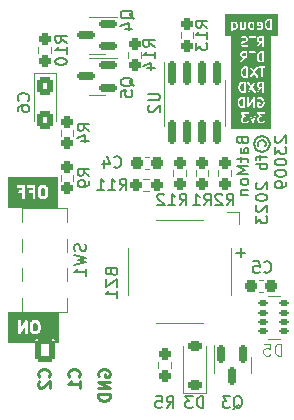
<source format=gbo>
%TF.GenerationSoftware,KiCad,Pcbnew,7.0.5-7.0.5~ubuntu22.04.1*%
%TF.CreationDate,2023-06-05T10:06:40+02:00*%
%TF.ProjectId,BatMon,4261744d-6f6e-42e6-9b69-6361645f7063,rev?*%
%TF.SameCoordinates,Original*%
%TF.FileFunction,Legend,Bot*%
%TF.FilePolarity,Positive*%
%FSLAX46Y46*%
G04 Gerber Fmt 4.6, Leading zero omitted, Abs format (unit mm)*
G04 Created by KiCad (PCBNEW 7.0.5-7.0.5~ubuntu22.04.1) date 2023-06-05 10:06:40*
%MOMM*%
%LPD*%
G01*
G04 APERTURE LIST*
G04 Aperture macros list*
%AMRoundRect*
0 Rectangle with rounded corners*
0 $1 Rounding radius*
0 $2 $3 $4 $5 $6 $7 $8 $9 X,Y pos of 4 corners*
0 Add a 4 corners polygon primitive as box body*
4,1,4,$2,$3,$4,$5,$6,$7,$8,$9,$2,$3,0*
0 Add four circle primitives for the rounded corners*
1,1,$1+$1,$2,$3*
1,1,$1+$1,$4,$5*
1,1,$1+$1,$6,$7*
1,1,$1+$1,$8,$9*
0 Add four rect primitives between the rounded corners*
20,1,$1+$1,$2,$3,$4,$5,0*
20,1,$1+$1,$4,$5,$6,$7,0*
20,1,$1+$1,$6,$7,$8,$9,0*
20,1,$1+$1,$8,$9,$2,$3,0*%
G04 Aperture macros list end*
%ADD10C,0.150000*%
%ADD11C,0.250000*%
%ADD12C,0.100000*%
%ADD13C,0.120000*%
%ADD14RoundRect,0.400000X3.100000X-0.400000X3.100000X0.400000X-3.100000X0.400000X-3.100000X-0.400000X0*%
%ADD15RoundRect,0.400000X2.600000X-0.400000X2.600000X0.400000X-2.600000X0.400000X-2.600000X-0.400000X0*%
%ADD16R,1.000000X1.000000*%
%ADD17O,1.000000X1.000000*%
%ADD18RoundRect,0.250000X-0.600000X-0.725000X0.600000X-0.725000X0.600000X0.725000X-0.600000X0.725000X0*%
%ADD19O,1.700000X1.950000*%
%ADD20RoundRect,0.150000X0.587500X0.150000X-0.587500X0.150000X-0.587500X-0.150000X0.587500X-0.150000X0*%
%ADD21RoundRect,0.237500X-0.237500X0.250000X-0.237500X-0.250000X0.237500X-0.250000X0.237500X0.250000X0*%
%ADD22RoundRect,0.237500X0.237500X-0.250000X0.237500X0.250000X-0.237500X0.250000X-0.237500X-0.250000X0*%
%ADD23RoundRect,0.237500X0.300000X0.237500X-0.300000X0.237500X-0.300000X-0.237500X0.300000X-0.237500X0*%
%ADD24R,2.500000X2.500000*%
%ADD25RoundRect,0.250000X-0.425000X0.537500X-0.425000X-0.537500X0.425000X-0.537500X0.425000X0.537500X0*%
%ADD26R,1.600000X1.200000*%
%ADD27RoundRect,0.150000X-0.150000X0.587500X-0.150000X-0.587500X0.150000X-0.587500X0.150000X0.587500X0*%
%ADD28RoundRect,0.237500X-0.300000X-0.237500X0.300000X-0.237500X0.300000X0.237500X-0.300000X0.237500X0*%
%ADD29RoundRect,0.237500X0.250000X0.237500X-0.250000X0.237500X-0.250000X-0.237500X0.250000X-0.237500X0*%
%ADD30RoundRect,0.225000X0.375000X-0.225000X0.375000X0.225000X-0.375000X0.225000X-0.375000X-0.225000X0*%
%ADD31RoundRect,0.125000X0.275000X0.125000X-0.275000X0.125000X-0.275000X-0.125000X0.275000X-0.125000X0*%
%ADD32RoundRect,0.150000X-0.150000X0.825000X-0.150000X-0.825000X0.150000X-0.825000X0.150000X0.825000X0*%
G04 APERTURE END LIST*
D10*
G36*
X139338237Y-56824694D02*
G01*
X139359122Y-56845579D01*
X139383857Y-56895047D01*
X139383857Y-57088208D01*
X139359121Y-57137678D01*
X139338239Y-57158560D01*
X139288771Y-57183295D01*
X139171800Y-57183295D01*
X139152904Y-57173847D01*
X139152904Y-56809409D01*
X139171800Y-56799961D01*
X139288771Y-56799961D01*
X139338237Y-56824694D01*
G37*
G36*
X140793381Y-56809408D02*
G01*
X140793381Y-57173847D01*
X140774486Y-57183295D01*
X140657515Y-57183295D01*
X140608045Y-57158560D01*
X140587164Y-57137678D01*
X140562429Y-57088208D01*
X140562429Y-56895047D01*
X140587163Y-56845578D01*
X140608045Y-56824696D01*
X140657515Y-56799961D01*
X140774486Y-56799961D01*
X140793381Y-56809408D01*
G37*
G36*
X141498193Y-56818958D02*
G01*
X141517191Y-56856952D01*
X141517191Y-56900142D01*
X141287601Y-56854225D01*
X141305234Y-56818958D01*
X141343229Y-56799961D01*
X141460200Y-56799961D01*
X141498193Y-56818958D01*
G37*
G36*
X142279095Y-57183295D02*
G01*
X142175789Y-57183295D01*
X142089845Y-57154647D01*
X142034783Y-57099583D01*
X142005812Y-57041642D01*
X141971952Y-56906202D01*
X141971952Y-56810383D01*
X142005811Y-56674948D01*
X142034782Y-56617006D01*
X142089846Y-56561942D01*
X142175791Y-56533295D01*
X142279095Y-56533295D01*
X142279095Y-57183295D01*
G37*
G36*
X142991358Y-57822786D02*
G01*
X138440642Y-57822786D01*
X138440642Y-56765812D01*
X138999787Y-56765812D01*
X139002904Y-56775191D01*
X139002904Y-57218890D01*
X139002175Y-57239566D01*
X139002904Y-57240793D01*
X139002904Y-57368543D01*
X139000973Y-57386424D01*
X139007829Y-57400137D01*
X139012147Y-57414840D01*
X139017500Y-57419478D01*
X139044712Y-57473901D01*
X139047395Y-57486233D01*
X139062018Y-57500856D01*
X139076083Y-57515977D01*
X139077502Y-57516339D01*
X139094413Y-57533250D01*
X139100857Y-57544100D01*
X139119355Y-57553348D01*
X139137481Y-57563246D01*
X139138940Y-57563141D01*
X139193133Y-57590237D01*
X139208263Y-57599961D01*
X139223593Y-57599961D01*
X139238676Y-57602675D01*
X139245220Y-57599961D01*
X139340531Y-57599961D01*
X139358415Y-57601892D01*
X139372128Y-57595035D01*
X139386831Y-57590718D01*
X139391469Y-57585364D01*
X139463946Y-57549126D01*
X139487967Y-57526782D01*
X139498878Y-57484111D01*
X139484988Y-57442315D01*
X139450706Y-57414663D01*
X139406917Y-57409935D01*
X139326866Y-57449961D01*
X139247991Y-57449961D01*
X139198521Y-57425226D01*
X139177637Y-57404343D01*
X139152904Y-57354875D01*
X139152904Y-57334284D01*
X139162487Y-57336009D01*
X139169031Y-57333295D01*
X139302436Y-57333295D01*
X139320320Y-57335226D01*
X139334033Y-57328369D01*
X139348736Y-57324052D01*
X139353374Y-57318698D01*
X139407798Y-57291486D01*
X139420128Y-57288804D01*
X139434742Y-57274189D01*
X139449872Y-57260116D01*
X139450234Y-57258696D01*
X139467144Y-57241786D01*
X139477994Y-57235343D01*
X139487240Y-57216850D01*
X139497141Y-57198718D01*
X139497036Y-57197258D01*
X139507402Y-57176527D01*
X139723747Y-57176527D01*
X139726714Y-57190166D01*
X139726714Y-57269077D01*
X139735957Y-57300555D01*
X139769243Y-57329397D01*
X139812838Y-57335665D01*
X139852902Y-57317369D01*
X139856194Y-57312245D01*
X139878848Y-57323572D01*
X139893978Y-57333295D01*
X139909309Y-57333295D01*
X139924392Y-57336009D01*
X139930936Y-57333295D01*
X140026246Y-57333295D01*
X140044130Y-57335226D01*
X140057843Y-57328369D01*
X140072546Y-57324052D01*
X140077184Y-57318698D01*
X140122928Y-57295826D01*
X140125842Y-57295929D01*
X140142444Y-57286068D01*
X140149661Y-57282460D01*
X140151676Y-57280584D01*
X140163710Y-57273438D01*
X140167492Y-57265873D01*
X140173682Y-57260116D01*
X140177147Y-57246561D01*
X140209848Y-57181160D01*
X140219571Y-57166031D01*
X140219571Y-57150700D01*
X140222285Y-57135617D01*
X140219571Y-57129073D01*
X140219571Y-56885733D01*
X140409715Y-56885733D01*
X140412429Y-56892276D01*
X140412429Y-57101873D01*
X140410498Y-57119758D01*
X140417354Y-57133471D01*
X140421672Y-57148174D01*
X140427025Y-57152812D01*
X140454237Y-57207235D01*
X140456919Y-57219564D01*
X140471531Y-57234176D01*
X140485608Y-57249310D01*
X140487026Y-57249672D01*
X140503935Y-57266582D01*
X140510381Y-57277434D01*
X140528888Y-57286687D01*
X140547003Y-57296579D01*
X140548462Y-57296474D01*
X140602658Y-57323572D01*
X140617788Y-57333295D01*
X140633119Y-57333295D01*
X140648202Y-57336009D01*
X140654746Y-57333295D01*
X140788151Y-57333295D01*
X140806035Y-57335226D01*
X140819748Y-57328369D01*
X140830933Y-57325084D01*
X140835910Y-57329397D01*
X140879505Y-57335665D01*
X140919569Y-57317369D01*
X140943381Y-57280317D01*
X140943381Y-57229635D01*
X140946498Y-57217445D01*
X140943381Y-57208065D01*
X140943381Y-56911173D01*
X141133189Y-56911173D01*
X141136238Y-56924137D01*
X141136238Y-56926220D01*
X141138697Y-56934597D01*
X141143272Y-56954047D01*
X141144859Y-56955582D01*
X141145481Y-56957698D01*
X141160564Y-56970767D01*
X141174935Y-56984663D01*
X141177100Y-56985096D01*
X141178767Y-56986540D01*
X141198521Y-56989380D01*
X141517191Y-57053113D01*
X141517191Y-57126303D01*
X141498193Y-57164297D01*
X141460200Y-57183295D01*
X141343229Y-57183295D01*
X141273230Y-57148296D01*
X141240942Y-57142486D01*
X141200259Y-57159360D01*
X141175156Y-57195549D01*
X141173604Y-57239566D01*
X141196095Y-57277434D01*
X141288372Y-57323572D01*
X141303502Y-57333295D01*
X141318833Y-57333295D01*
X141333916Y-57336009D01*
X141340460Y-57333295D01*
X141473865Y-57333295D01*
X141491749Y-57335226D01*
X141505462Y-57328369D01*
X141520165Y-57324052D01*
X141524803Y-57318698D01*
X141570547Y-57295826D01*
X141573460Y-57295929D01*
X141590056Y-57286071D01*
X141597280Y-57282460D01*
X141599297Y-57280583D01*
X141611328Y-57273438D01*
X141615109Y-57265875D01*
X141621301Y-57260116D01*
X141624767Y-57246560D01*
X141657468Y-57181158D01*
X141667191Y-57166031D01*
X141667191Y-57150701D01*
X141669905Y-57135619D01*
X141667191Y-57129075D01*
X141667191Y-57004507D01*
X141670240Y-56995893D01*
X141667191Y-56982929D01*
X141667191Y-56912264D01*
X141818850Y-56912264D01*
X141821952Y-56924671D01*
X141821952Y-56926220D01*
X141824556Y-56935090D01*
X141859046Y-57073050D01*
X141858117Y-57081663D01*
X141864283Y-57093995D01*
X141864902Y-57096470D01*
X141869087Y-57103602D01*
X141901855Y-57169139D01*
X141904538Y-57181470D01*
X141919159Y-57196091D01*
X141933227Y-57211215D01*
X141934645Y-57211577D01*
X141993443Y-57270376D01*
X142004724Y-57284387D01*
X142019265Y-57289234D01*
X142032718Y-57296580D01*
X142039786Y-57296074D01*
X142130981Y-57326472D01*
X142141597Y-57333295D01*
X142162277Y-57333295D01*
X142182916Y-57334041D01*
X142184175Y-57333295D01*
X142348735Y-57333295D01*
X142365219Y-57335665D01*
X142380371Y-57328745D01*
X142396355Y-57324052D01*
X142400091Y-57319739D01*
X142405283Y-57317369D01*
X142414290Y-57303352D01*
X142425197Y-57290766D01*
X142426008Y-57285119D01*
X142429095Y-57280317D01*
X142429095Y-57263654D01*
X142431465Y-57247171D01*
X142429095Y-57241981D01*
X142429095Y-56463654D01*
X142431465Y-56447171D01*
X142424545Y-56432018D01*
X142419852Y-56416035D01*
X142415539Y-56412298D01*
X142413169Y-56407107D01*
X142399152Y-56398099D01*
X142386566Y-56387193D01*
X142380919Y-56386381D01*
X142376117Y-56383295D01*
X142359455Y-56383295D01*
X142342971Y-56380925D01*
X142337781Y-56383295D01*
X142173022Y-56383295D01*
X142160794Y-56380180D01*
X142141179Y-56386718D01*
X142121359Y-56392538D01*
X142120400Y-56393644D01*
X142029443Y-56423962D01*
X142011872Y-56427785D01*
X142001032Y-56438624D01*
X141988448Y-56447371D01*
X141985740Y-56453916D01*
X141926759Y-56512897D01*
X141915909Y-56519342D01*
X141906660Y-56537840D01*
X141896763Y-56555965D01*
X141896867Y-56557425D01*
X141873939Y-56603282D01*
X141867629Y-56609216D01*
X141864284Y-56622592D01*
X141863144Y-56624874D01*
X141861679Y-56633014D01*
X141827184Y-56770987D01*
X141821952Y-56779130D01*
X141821952Y-56791918D01*
X141821576Y-56793422D01*
X141821952Y-56802667D01*
X141821952Y-56903095D01*
X141818850Y-56912264D01*
X141667191Y-56912264D01*
X141667191Y-56843280D01*
X141669121Y-56825402D01*
X141662265Y-56811692D01*
X141657948Y-56796987D01*
X141652593Y-56792347D01*
X141629721Y-56746604D01*
X141629824Y-56743692D01*
X141619966Y-56727095D01*
X141616355Y-56719872D01*
X141614478Y-56717854D01*
X141607333Y-56705824D01*
X141599768Y-56702041D01*
X141594010Y-56695851D01*
X141580456Y-56692385D01*
X141515055Y-56659683D01*
X141499927Y-56649961D01*
X141484598Y-56649961D01*
X141469515Y-56647247D01*
X141462971Y-56649961D01*
X141329558Y-56649961D01*
X141311679Y-56648031D01*
X141297968Y-56654886D01*
X141283264Y-56659204D01*
X141278624Y-56664558D01*
X141232880Y-56687430D01*
X141229968Y-56687328D01*
X141213368Y-56697186D01*
X141206148Y-56700797D01*
X141204131Y-56702672D01*
X141192099Y-56709819D01*
X141188316Y-56717384D01*
X141182127Y-56723142D01*
X141178661Y-56736693D01*
X141145961Y-56802095D01*
X141136238Y-56817225D01*
X141136238Y-56832555D01*
X141133524Y-56847638D01*
X141136238Y-56854181D01*
X141136238Y-56902558D01*
X141133189Y-56911173D01*
X140943381Y-56911173D01*
X140943381Y-56764354D01*
X140944110Y-56743692D01*
X140943381Y-56742464D01*
X140943381Y-56447513D01*
X140934138Y-56416035D01*
X140900852Y-56387193D01*
X140857257Y-56380925D01*
X140817193Y-56399221D01*
X140793381Y-56436273D01*
X140793381Y-56648970D01*
X140783801Y-56647247D01*
X140777257Y-56649961D01*
X140643844Y-56649961D01*
X140625965Y-56648031D01*
X140612254Y-56654886D01*
X140597550Y-56659204D01*
X140592910Y-56664558D01*
X140538488Y-56691769D01*
X140526158Y-56694452D01*
X140511533Y-56709076D01*
X140496413Y-56723142D01*
X140496050Y-56724559D01*
X140479139Y-56741470D01*
X140468290Y-56747914D01*
X140459040Y-56766413D01*
X140449144Y-56784537D01*
X140449248Y-56785997D01*
X140422152Y-56840190D01*
X140412429Y-56855320D01*
X140412429Y-56870650D01*
X140409715Y-56885733D01*
X140219571Y-56885733D01*
X140219571Y-56714179D01*
X140210328Y-56682701D01*
X140177042Y-56653859D01*
X140133447Y-56647591D01*
X140093383Y-56665887D01*
X140069571Y-56702939D01*
X140069571Y-57126303D01*
X140050574Y-57164298D01*
X140012581Y-57183295D01*
X139933705Y-57183295D01*
X139884235Y-57158560D01*
X139876714Y-57151038D01*
X139876714Y-56714179D01*
X139867471Y-56682701D01*
X139834185Y-56653859D01*
X139790590Y-56647591D01*
X139750526Y-56665887D01*
X139726714Y-56702939D01*
X139726714Y-57168572D01*
X139723747Y-57176527D01*
X139507402Y-57176527D01*
X139524131Y-57143069D01*
X139533857Y-57127936D01*
X139533857Y-57112603D01*
X139536571Y-57097524D01*
X139533857Y-57090980D01*
X139533857Y-56881375D01*
X139535787Y-56863497D01*
X139528931Y-56849787D01*
X139524614Y-56835082D01*
X139519259Y-56830442D01*
X139492048Y-56776021D01*
X139489366Y-56763691D01*
X139474741Y-56749066D01*
X139460676Y-56733946D01*
X139459258Y-56733583D01*
X139442346Y-56716671D01*
X139435904Y-56705824D01*
X139417416Y-56696579D01*
X139399281Y-56686677D01*
X139397820Y-56686781D01*
X139343626Y-56659683D01*
X139328498Y-56649961D01*
X139313169Y-56649961D01*
X139298086Y-56647247D01*
X139291542Y-56649961D01*
X139158129Y-56649961D01*
X139140250Y-56648031D01*
X139126539Y-56654886D01*
X139115351Y-56658171D01*
X139110375Y-56653859D01*
X139066780Y-56647591D01*
X139026716Y-56665887D01*
X139002904Y-56702939D01*
X139002904Y-56753622D01*
X138999787Y-56765812D01*
X138440642Y-56765812D01*
X138440642Y-55969214D01*
X142991358Y-55969214D01*
X142991358Y-57822786D01*
G37*
G36*
X139983744Y-63814295D02*
G01*
X139880438Y-63814295D01*
X139794494Y-63785647D01*
X139739432Y-63730583D01*
X139710461Y-63672642D01*
X139676601Y-63537202D01*
X139676601Y-63441383D01*
X139710460Y-63305948D01*
X139739431Y-63248006D01*
X139794495Y-63192942D01*
X139880440Y-63164295D01*
X139983744Y-63164295D01*
X139983744Y-63814295D01*
G37*
G36*
X141621839Y-62145342D02*
G01*
X141513215Y-62145342D01*
X141498305Y-62142593D01*
X141491595Y-62145342D01*
X141409783Y-62145342D01*
X141360313Y-62120607D01*
X141339430Y-62099724D01*
X141314696Y-62050255D01*
X141314696Y-61971381D01*
X141339431Y-61921911D01*
X141360313Y-61901029D01*
X141409782Y-61876295D01*
X141621839Y-61876295D01*
X141621839Y-62145342D01*
G37*
G36*
X140059934Y-62526295D02*
G01*
X139956628Y-62526295D01*
X139870684Y-62497647D01*
X139815622Y-62442583D01*
X139786651Y-62384642D01*
X139752791Y-62249202D01*
X139752791Y-62153383D01*
X139786650Y-62017948D01*
X139815621Y-61960006D01*
X139870685Y-61904942D01*
X139956630Y-61876295D01*
X140059934Y-61876295D01*
X140059934Y-62526295D01*
G37*
G36*
X140250410Y-61238295D02*
G01*
X140147104Y-61238295D01*
X140061160Y-61209647D01*
X140006098Y-61154583D01*
X139977127Y-61096642D01*
X139943267Y-60961202D01*
X139943267Y-60865383D01*
X139977126Y-60729948D01*
X140006097Y-60672006D01*
X140061161Y-60616942D01*
X140147106Y-60588295D01*
X140250410Y-60588295D01*
X140250410Y-61238295D01*
G37*
G36*
X140212315Y-59569342D02*
G01*
X140103691Y-59569342D01*
X140088781Y-59566593D01*
X140082071Y-59569342D01*
X140000259Y-59569342D01*
X139950789Y-59544607D01*
X139929906Y-59523724D01*
X139905172Y-59474255D01*
X139905172Y-59395381D01*
X139929907Y-59345911D01*
X139950789Y-59325029D01*
X140000258Y-59300295D01*
X140212315Y-59300295D01*
X140212315Y-59569342D01*
G37*
G36*
X141621839Y-59950295D02*
G01*
X141518533Y-59950295D01*
X141432589Y-59921647D01*
X141377527Y-59866583D01*
X141348556Y-59808642D01*
X141314696Y-59673202D01*
X141314696Y-59577383D01*
X141348555Y-59441948D01*
X141377526Y-59384006D01*
X141432590Y-59328942D01*
X141518535Y-59300295D01*
X141621839Y-59300295D01*
X141621839Y-59950295D01*
G37*
G36*
X141621839Y-58281342D02*
G01*
X141513215Y-58281342D01*
X141498305Y-58278593D01*
X141491595Y-58281342D01*
X141409783Y-58281342D01*
X141360313Y-58256607D01*
X141339430Y-58235724D01*
X141314696Y-58186255D01*
X141314696Y-58107381D01*
X141339431Y-58057911D01*
X141360313Y-58037029D01*
X141409782Y-58012295D01*
X141621839Y-58012295D01*
X141621839Y-58281342D01*
G37*
G36*
X142325286Y-65741786D02*
G01*
X138993619Y-65741786D01*
X138993619Y-64842829D01*
X139828649Y-64842829D01*
X139831363Y-64849372D01*
X139831363Y-65020873D01*
X139829432Y-65038758D01*
X139836288Y-65052471D01*
X139840606Y-65067174D01*
X139845959Y-65071812D01*
X139873171Y-65126235D01*
X139875853Y-65138564D01*
X139890465Y-65153176D01*
X139904542Y-65168310D01*
X139905960Y-65168672D01*
X139922869Y-65185582D01*
X139929315Y-65196434D01*
X139947822Y-65205687D01*
X139965937Y-65215579D01*
X139967396Y-65215474D01*
X140021592Y-65242572D01*
X140036722Y-65252295D01*
X140052053Y-65252295D01*
X140067136Y-65255009D01*
X140073680Y-65252295D01*
X140283278Y-65252295D01*
X140301159Y-65254226D01*
X140314872Y-65247369D01*
X140329575Y-65243052D01*
X140334213Y-65237698D01*
X140388636Y-65210486D01*
X140400968Y-65207804D01*
X140415591Y-65193180D01*
X140430712Y-65179116D01*
X140431074Y-65177696D01*
X140462259Y-65146512D01*
X140477981Y-65117718D01*
X140474838Y-65073787D01*
X140448443Y-65038529D01*
X140407176Y-65023137D01*
X140364139Y-65032500D01*
X140319078Y-65077561D01*
X140269611Y-65102295D01*
X140076449Y-65102295D01*
X140026979Y-65077560D01*
X140006098Y-65056678D01*
X139981363Y-65007208D01*
X139981363Y-64852143D01*
X140006097Y-64802673D01*
X140026979Y-64781791D01*
X140076448Y-64757057D01*
X140151205Y-64757057D01*
X140151370Y-64757162D01*
X140173081Y-64757057D01*
X140183811Y-64757057D01*
X140183990Y-64757004D01*
X140195413Y-64756949D01*
X140204682Y-64750928D01*
X140215289Y-64747814D01*
X140222769Y-64739180D01*
X140232349Y-64732959D01*
X140236893Y-64722881D01*
X140244131Y-64714528D01*
X140245756Y-64703224D01*
X140250453Y-64692808D01*
X140248826Y-64681870D01*
X140250399Y-64670933D01*
X140245654Y-64660544D01*
X140243974Y-64649243D01*
X140243277Y-64648447D01*
X140552135Y-64648447D01*
X140744899Y-65188186D01*
X140744509Y-65194977D01*
X140752177Y-65208565D01*
X140753645Y-65212674D01*
X140757450Y-65217908D01*
X140766156Y-65233334D01*
X140770228Y-65235484D01*
X140772936Y-65239209D01*
X140789441Y-65245629D01*
X140805103Y-65253899D01*
X140809691Y-65253506D01*
X140813984Y-65255176D01*
X140831336Y-65251654D01*
X140848986Y-65250144D01*
X140852635Y-65247331D01*
X140857147Y-65246416D01*
X140869841Y-65234072D01*
X140883873Y-65223259D01*
X140885421Y-65218921D01*
X140888724Y-65215711D01*
X140892729Y-65198460D01*
X141019740Y-64842829D01*
X141200078Y-64842829D01*
X141202792Y-64849372D01*
X141202792Y-65020873D01*
X141200861Y-65038758D01*
X141207717Y-65052471D01*
X141212035Y-65067174D01*
X141217388Y-65071812D01*
X141244600Y-65126235D01*
X141247282Y-65138564D01*
X141261894Y-65153176D01*
X141275971Y-65168310D01*
X141277389Y-65168672D01*
X141294298Y-65185582D01*
X141300744Y-65196434D01*
X141319251Y-65205687D01*
X141337366Y-65215579D01*
X141338825Y-65215474D01*
X141393021Y-65242572D01*
X141408151Y-65252295D01*
X141423482Y-65252295D01*
X141438565Y-65255009D01*
X141445109Y-65252295D01*
X141654707Y-65252295D01*
X141672588Y-65254226D01*
X141686301Y-65247369D01*
X141701004Y-65243052D01*
X141705642Y-65237698D01*
X141760065Y-65210486D01*
X141772397Y-65207804D01*
X141787020Y-65193180D01*
X141802141Y-65179116D01*
X141802503Y-65177696D01*
X141833688Y-65146512D01*
X141849410Y-65117718D01*
X141846267Y-65073787D01*
X141819872Y-65038529D01*
X141778605Y-65023137D01*
X141735568Y-65032500D01*
X141690507Y-65077561D01*
X141641040Y-65102295D01*
X141447878Y-65102295D01*
X141398408Y-65077560D01*
X141377527Y-65056678D01*
X141352792Y-65007208D01*
X141352792Y-64852143D01*
X141377526Y-64802673D01*
X141398408Y-64781791D01*
X141447877Y-64757057D01*
X141522634Y-64757057D01*
X141522799Y-64757162D01*
X141544510Y-64757057D01*
X141555240Y-64757057D01*
X141555419Y-64757004D01*
X141566842Y-64756949D01*
X141576111Y-64750928D01*
X141586718Y-64747814D01*
X141594198Y-64739180D01*
X141603778Y-64732959D01*
X141608322Y-64722881D01*
X141615560Y-64714528D01*
X141617185Y-64703224D01*
X141621882Y-64692808D01*
X141620255Y-64681870D01*
X141621828Y-64670933D01*
X141617083Y-64660544D01*
X141615403Y-64649243D01*
X141608123Y-64640923D01*
X141603532Y-64630869D01*
X141593921Y-64624692D01*
X141443074Y-64452295D01*
X141783812Y-64452295D01*
X141815290Y-64443052D01*
X141844132Y-64409766D01*
X141850400Y-64366171D01*
X141832104Y-64326107D01*
X141795052Y-64302295D01*
X141299616Y-64302295D01*
X141299451Y-64302190D01*
X141277740Y-64302295D01*
X141267010Y-64302295D01*
X141266830Y-64302347D01*
X141255408Y-64302403D01*
X141246138Y-64308423D01*
X141235532Y-64311538D01*
X141228051Y-64320171D01*
X141218472Y-64326393D01*
X141213928Y-64336469D01*
X141206690Y-64344824D01*
X141205064Y-64356130D01*
X141200369Y-64366545D01*
X141201994Y-64377479D01*
X141200422Y-64388419D01*
X141205166Y-64398808D01*
X141206847Y-64410110D01*
X141214127Y-64418430D01*
X141218718Y-64428483D01*
X141228326Y-64434658D01*
X141387589Y-64616673D01*
X141383273Y-64621654D01*
X141328853Y-64648864D01*
X141316521Y-64651547D01*
X141301893Y-64666174D01*
X141286776Y-64680236D01*
X141286413Y-64681654D01*
X141269503Y-64698564D01*
X141258653Y-64705009D01*
X141249404Y-64723507D01*
X141239507Y-64741632D01*
X141239611Y-64743092D01*
X141212514Y-64797286D01*
X141202792Y-64812416D01*
X141202792Y-64827746D01*
X141200078Y-64842829D01*
X141019740Y-64842829D01*
X141085382Y-64659032D01*
X141087265Y-64626279D01*
X141065618Y-64587922D01*
X141026671Y-64567357D01*
X140982788Y-64571112D01*
X140947901Y-64597997D01*
X140820648Y-64954304D01*
X140697176Y-64608582D01*
X140677884Y-64582046D01*
X140636837Y-64566080D01*
X140593674Y-64574840D01*
X140562097Y-64605545D01*
X140552135Y-64648447D01*
X140243277Y-64648447D01*
X140236694Y-64640923D01*
X140232103Y-64630869D01*
X140222492Y-64624692D01*
X140071645Y-64452295D01*
X140412383Y-64452295D01*
X140443861Y-64443052D01*
X140472703Y-64409766D01*
X140478971Y-64366171D01*
X140460675Y-64326107D01*
X140423623Y-64302295D01*
X139928187Y-64302295D01*
X139928022Y-64302190D01*
X139906311Y-64302295D01*
X139895581Y-64302295D01*
X139895401Y-64302347D01*
X139883979Y-64302403D01*
X139874709Y-64308423D01*
X139864103Y-64311538D01*
X139856622Y-64320171D01*
X139847043Y-64326393D01*
X139842499Y-64336469D01*
X139835261Y-64344824D01*
X139833635Y-64356130D01*
X139828940Y-64366545D01*
X139830565Y-64377479D01*
X139828993Y-64388419D01*
X139833737Y-64398808D01*
X139835418Y-64410110D01*
X139842698Y-64418430D01*
X139847289Y-64428483D01*
X139856897Y-64434658D01*
X140016160Y-64616673D01*
X140011844Y-64621654D01*
X139957424Y-64648864D01*
X139945092Y-64651547D01*
X139930464Y-64666174D01*
X139915347Y-64680236D01*
X139914984Y-64681654D01*
X139898074Y-64698564D01*
X139887224Y-64705009D01*
X139877975Y-64723507D01*
X139868078Y-64741632D01*
X139868182Y-64743092D01*
X139841085Y-64797286D01*
X139831363Y-64812416D01*
X139831363Y-64827746D01*
X139828649Y-64842829D01*
X138993619Y-64842829D01*
X138993619Y-63543264D01*
X139523499Y-63543264D01*
X139526601Y-63555671D01*
X139526601Y-63557220D01*
X139529205Y-63566090D01*
X139563695Y-63704050D01*
X139562766Y-63712663D01*
X139568932Y-63724995D01*
X139569551Y-63727470D01*
X139573736Y-63734602D01*
X139606504Y-63800139D01*
X139609187Y-63812470D01*
X139623808Y-63827091D01*
X139637876Y-63842215D01*
X139639294Y-63842577D01*
X139698092Y-63901376D01*
X139709373Y-63915387D01*
X139723914Y-63920234D01*
X139737367Y-63927580D01*
X139744435Y-63927074D01*
X139835630Y-63957472D01*
X139846246Y-63964295D01*
X139866926Y-63964295D01*
X139887565Y-63965041D01*
X139888824Y-63964295D01*
X140053384Y-63964295D01*
X140069868Y-63966665D01*
X140085020Y-63959745D01*
X140101004Y-63955052D01*
X140104740Y-63950739D01*
X140109932Y-63948369D01*
X140118939Y-63934352D01*
X140129846Y-63921766D01*
X140130657Y-63916119D01*
X140133744Y-63911317D01*
X140133744Y-63894654D01*
X140133930Y-63893362D01*
X140361636Y-63893362D01*
X140368284Y-63912296D01*
X140373939Y-63931555D01*
X140375529Y-63932933D01*
X140376227Y-63934919D01*
X140392057Y-63947254D01*
X140407225Y-63960397D01*
X140409308Y-63960696D01*
X140410968Y-63961990D01*
X140430958Y-63963809D01*
X140450820Y-63966665D01*
X140452733Y-63965791D01*
X140454831Y-63965982D01*
X140472635Y-63956702D01*
X140490884Y-63948369D01*
X140492021Y-63946598D01*
X140493888Y-63945626D01*
X140503844Y-63928202D01*
X140514696Y-63911317D01*
X140514696Y-63909212D01*
X140821839Y-63371712D01*
X140821839Y-63900077D01*
X140831082Y-63931555D01*
X140864368Y-63960397D01*
X140907963Y-63966665D01*
X140948027Y-63948369D01*
X140971839Y-63911317D01*
X140971839Y-63807528D01*
X141161729Y-63807528D01*
X141164696Y-63821167D01*
X141164696Y-63823886D01*
X141166977Y-63831657D01*
X141171091Y-63850565D01*
X141173127Y-63852601D01*
X141173939Y-63855364D01*
X141188552Y-63868026D01*
X141221904Y-63901378D01*
X141233183Y-63915387D01*
X141247724Y-63920234D01*
X141261177Y-63927580D01*
X141268244Y-63927074D01*
X141359439Y-63957472D01*
X141370055Y-63964295D01*
X141390735Y-63964295D01*
X141411374Y-63965041D01*
X141412633Y-63964295D01*
X141458865Y-63964295D01*
X141471093Y-63967410D01*
X141490707Y-63960871D01*
X141510528Y-63955052D01*
X141511486Y-63953945D01*
X141602442Y-63923627D01*
X141620016Y-63919805D01*
X141630857Y-63908963D01*
X141643439Y-63900219D01*
X141646146Y-63893673D01*
X141705128Y-63834690D01*
X141715978Y-63828247D01*
X141725226Y-63809748D01*
X141735124Y-63791623D01*
X141735019Y-63790163D01*
X141757947Y-63744307D01*
X141764258Y-63738374D01*
X141767602Y-63724997D01*
X141768743Y-63722716D01*
X141770207Y-63714575D01*
X141804702Y-63576602D01*
X141809935Y-63568460D01*
X141809935Y-63555671D01*
X141810311Y-63554168D01*
X141809935Y-63544921D01*
X141809935Y-63444494D01*
X141813037Y-63435326D01*
X141809935Y-63422918D01*
X141809935Y-63421370D01*
X141807330Y-63412499D01*
X141772840Y-63274540D01*
X141773770Y-63265928D01*
X141767604Y-63253596D01*
X141766985Y-63251120D01*
X141762797Y-63243982D01*
X141730031Y-63178451D01*
X141727349Y-63166119D01*
X141712721Y-63151491D01*
X141698660Y-63136374D01*
X141697241Y-63136011D01*
X141638442Y-63077212D01*
X141627163Y-63063203D01*
X141612621Y-63058355D01*
X141599169Y-63051010D01*
X141592101Y-63051515D01*
X141500905Y-63021117D01*
X141490290Y-63014295D01*
X141469610Y-63014295D01*
X141448971Y-63013549D01*
X141447712Y-63014295D01*
X141358022Y-63014295D01*
X141340138Y-63012364D01*
X141326424Y-63019220D01*
X141311722Y-63023538D01*
X141307083Y-63028891D01*
X141234607Y-63065130D01*
X141210586Y-63087474D01*
X141199675Y-63130145D01*
X141213565Y-63171941D01*
X141247847Y-63199593D01*
X141291636Y-63204321D01*
X141371687Y-63164295D01*
X141456098Y-63164295D01*
X141542040Y-63192942D01*
X141597104Y-63248006D01*
X141626074Y-63305945D01*
X141659935Y-63441387D01*
X141659935Y-63537206D01*
X141626075Y-63672640D01*
X141597104Y-63730582D01*
X141542040Y-63785647D01*
X141456096Y-63814295D01*
X141404247Y-63814295D01*
X141318305Y-63785647D01*
X141314696Y-63782038D01*
X141314696Y-63621438D01*
X141402859Y-63621438D01*
X141434337Y-63612195D01*
X141463179Y-63578909D01*
X141469447Y-63535314D01*
X141451151Y-63495250D01*
X141414099Y-63471438D01*
X141245056Y-63471438D01*
X141228572Y-63469068D01*
X141213419Y-63475987D01*
X141197436Y-63480681D01*
X141193699Y-63484993D01*
X141188508Y-63487364D01*
X141179500Y-63501380D01*
X141168594Y-63513967D01*
X141167782Y-63519613D01*
X141164696Y-63524416D01*
X141164696Y-63541078D01*
X141162326Y-63557562D01*
X141164696Y-63562751D01*
X141164696Y-63799573D01*
X141161729Y-63807528D01*
X140971839Y-63807528D01*
X140971839Y-63098091D01*
X140974899Y-63085228D01*
X140968250Y-63066293D01*
X140962596Y-63047035D01*
X140961005Y-63045656D01*
X140960308Y-63043671D01*
X140944477Y-63031335D01*
X140929310Y-63018193D01*
X140927226Y-63017893D01*
X140925567Y-63016600D01*
X140905576Y-63014780D01*
X140885715Y-63011925D01*
X140883801Y-63012798D01*
X140881704Y-63012608D01*
X140863899Y-63021887D01*
X140845651Y-63030221D01*
X140844513Y-63031991D01*
X140842647Y-63032964D01*
X140832690Y-63050387D01*
X140821839Y-63067273D01*
X140821839Y-63069377D01*
X140514696Y-63606877D01*
X140514696Y-63078513D01*
X140505453Y-63047035D01*
X140472167Y-63018193D01*
X140428572Y-63011925D01*
X140388508Y-63030221D01*
X140364696Y-63067273D01*
X140364696Y-63880498D01*
X140361636Y-63893362D01*
X140133930Y-63893362D01*
X140136114Y-63878171D01*
X140133744Y-63872981D01*
X140133744Y-63094654D01*
X140136114Y-63078171D01*
X140129194Y-63063018D01*
X140124501Y-63047035D01*
X140120188Y-63043298D01*
X140117818Y-63038107D01*
X140103801Y-63029099D01*
X140091215Y-63018193D01*
X140085568Y-63017381D01*
X140080766Y-63014295D01*
X140064104Y-63014295D01*
X140047620Y-63011925D01*
X140042430Y-63014295D01*
X139877671Y-63014295D01*
X139865443Y-63011180D01*
X139845828Y-63017718D01*
X139826008Y-63023538D01*
X139825049Y-63024644D01*
X139734092Y-63054962D01*
X139716521Y-63058785D01*
X139705681Y-63069624D01*
X139693097Y-63078371D01*
X139690389Y-63084916D01*
X139631408Y-63143897D01*
X139620558Y-63150342D01*
X139611309Y-63168840D01*
X139601412Y-63186965D01*
X139601516Y-63188425D01*
X139578588Y-63234282D01*
X139572278Y-63240216D01*
X139568933Y-63253592D01*
X139567793Y-63255874D01*
X139566328Y-63264014D01*
X139531833Y-63401987D01*
X139526601Y-63410130D01*
X139526601Y-63422918D01*
X139526225Y-63424422D01*
X139526601Y-63433667D01*
X139526601Y-63534095D01*
X139523499Y-63543264D01*
X138993619Y-63543264D01*
X138993619Y-62255264D01*
X139599689Y-62255264D01*
X139602791Y-62267671D01*
X139602791Y-62269220D01*
X139605395Y-62278090D01*
X139639885Y-62416050D01*
X139638956Y-62424663D01*
X139645122Y-62436995D01*
X139645741Y-62439470D01*
X139649926Y-62446602D01*
X139682694Y-62512139D01*
X139685377Y-62524470D01*
X139699998Y-62539091D01*
X139714066Y-62554215D01*
X139715484Y-62554577D01*
X139774282Y-62613376D01*
X139785563Y-62627387D01*
X139800104Y-62632234D01*
X139813557Y-62639580D01*
X139820625Y-62639074D01*
X139911820Y-62669472D01*
X139922436Y-62676295D01*
X139943116Y-62676295D01*
X139963755Y-62677041D01*
X139965014Y-62676295D01*
X140129574Y-62676295D01*
X140146058Y-62678665D01*
X140161210Y-62671745D01*
X140177194Y-62667052D01*
X140180930Y-62662739D01*
X140186122Y-62660369D01*
X140195129Y-62646352D01*
X140206036Y-62633766D01*
X140206847Y-62628119D01*
X140209934Y-62623317D01*
X140209934Y-62606654D01*
X140210893Y-62599982D01*
X140361541Y-62599982D01*
X140373238Y-62642444D01*
X140406035Y-62671841D01*
X140449519Y-62678842D01*
X140489884Y-62661221D01*
X140706363Y-62336503D01*
X140916607Y-62651869D01*
X140941759Y-62672933D01*
X140985453Y-62678467D01*
X141025203Y-62659500D01*
X141048390Y-62622054D01*
X141047989Y-62598207D01*
X141161591Y-62598207D01*
X141172320Y-62640923D01*
X141204440Y-62671058D01*
X141247754Y-62679045D01*
X141288510Y-62662346D01*
X141545412Y-62295342D01*
X141621839Y-62295342D01*
X141621839Y-62612077D01*
X141631082Y-62643555D01*
X141664368Y-62672397D01*
X141707963Y-62678665D01*
X141748027Y-62660369D01*
X141771839Y-62623317D01*
X141771839Y-62225701D01*
X141774209Y-62209218D01*
X141771839Y-62204028D01*
X141771839Y-61806654D01*
X141774209Y-61790171D01*
X141767289Y-61775018D01*
X141762596Y-61759035D01*
X141758283Y-61755298D01*
X141755913Y-61750107D01*
X141741896Y-61741099D01*
X141729310Y-61730193D01*
X141723663Y-61729381D01*
X141718861Y-61726295D01*
X141702199Y-61726295D01*
X141685715Y-61723925D01*
X141680525Y-61726295D01*
X141396117Y-61726295D01*
X141378233Y-61724364D01*
X141364519Y-61731220D01*
X141349817Y-61735538D01*
X141345178Y-61740891D01*
X141290756Y-61768102D01*
X141278426Y-61770785D01*
X141263806Y-61785404D01*
X141248681Y-61799474D01*
X141248318Y-61800892D01*
X141231406Y-61817804D01*
X141220559Y-61824247D01*
X141211315Y-61842732D01*
X141201412Y-61860870D01*
X141201516Y-61862330D01*
X141174418Y-61916526D01*
X141164696Y-61931654D01*
X141164696Y-61946983D01*
X141161982Y-61962067D01*
X141164696Y-61968610D01*
X141164696Y-62063920D01*
X141162765Y-62081805D01*
X141169621Y-62095518D01*
X141173939Y-62110221D01*
X141179292Y-62114860D01*
X141206504Y-62169282D01*
X141209187Y-62181613D01*
X141223811Y-62196237D01*
X141237877Y-62211358D01*
X141239294Y-62211720D01*
X141256205Y-62228631D01*
X141262649Y-62239481D01*
X141281157Y-62248734D01*
X141299272Y-62258626D01*
X141300730Y-62258521D01*
X141354925Y-62285618D01*
X141364715Y-62291910D01*
X141172071Y-62567118D01*
X141161591Y-62598207D01*
X141047989Y-62598207D01*
X141047650Y-62578016D01*
X140796502Y-62201294D01*
X141041415Y-61833926D01*
X141051185Y-61802608D01*
X141039488Y-61760146D01*
X141006692Y-61730749D01*
X140963208Y-61723748D01*
X140922842Y-61741369D01*
X140706363Y-62066086D01*
X140496119Y-61750721D01*
X140470967Y-61729657D01*
X140427273Y-61724123D01*
X140387523Y-61743090D01*
X140364337Y-61780536D01*
X140365077Y-61824574D01*
X140616224Y-62201294D01*
X140371311Y-62568664D01*
X140361541Y-62599982D01*
X140210893Y-62599982D01*
X140212304Y-62590171D01*
X140209934Y-62584981D01*
X140209934Y-61806654D01*
X140212304Y-61790171D01*
X140205384Y-61775018D01*
X140200691Y-61759035D01*
X140196378Y-61755298D01*
X140194008Y-61750107D01*
X140179991Y-61741099D01*
X140167405Y-61730193D01*
X140161758Y-61729381D01*
X140156956Y-61726295D01*
X140140294Y-61726295D01*
X140123810Y-61723925D01*
X140118620Y-61726295D01*
X139953861Y-61726295D01*
X139941633Y-61723180D01*
X139922018Y-61729718D01*
X139902198Y-61735538D01*
X139901239Y-61736644D01*
X139810282Y-61766962D01*
X139792711Y-61770785D01*
X139781871Y-61781624D01*
X139769287Y-61790371D01*
X139766579Y-61796916D01*
X139707598Y-61855897D01*
X139696748Y-61862342D01*
X139687499Y-61880840D01*
X139677602Y-61898965D01*
X139677706Y-61900425D01*
X139654778Y-61946282D01*
X139648468Y-61952216D01*
X139645123Y-61965592D01*
X139643983Y-61967874D01*
X139642518Y-61976014D01*
X139608023Y-62113987D01*
X139602791Y-62122130D01*
X139602791Y-62134918D01*
X139602415Y-62136422D01*
X139602791Y-62145667D01*
X139602791Y-62246095D01*
X139599689Y-62255264D01*
X138993619Y-62255264D01*
X138993619Y-60967264D01*
X139790165Y-60967264D01*
X139793267Y-60979671D01*
X139793267Y-60981220D01*
X139795871Y-60990090D01*
X139830361Y-61128050D01*
X139829432Y-61136663D01*
X139835598Y-61148995D01*
X139836217Y-61151470D01*
X139840402Y-61158602D01*
X139873170Y-61224139D01*
X139875853Y-61236470D01*
X139890474Y-61251091D01*
X139904542Y-61266215D01*
X139905960Y-61266577D01*
X139964758Y-61325376D01*
X139976039Y-61339387D01*
X139990580Y-61344234D01*
X140004033Y-61351580D01*
X140011101Y-61351074D01*
X140102296Y-61381472D01*
X140112912Y-61388295D01*
X140133592Y-61388295D01*
X140154231Y-61389041D01*
X140155490Y-61388295D01*
X140320050Y-61388295D01*
X140336534Y-61390665D01*
X140351686Y-61383745D01*
X140367670Y-61379052D01*
X140371406Y-61374739D01*
X140376598Y-61372369D01*
X140385605Y-61358352D01*
X140396512Y-61345766D01*
X140397323Y-61340119D01*
X140400410Y-61335317D01*
X140400410Y-61318654D01*
X140401369Y-61311982D01*
X140552017Y-61311982D01*
X140563714Y-61354444D01*
X140596511Y-61383841D01*
X140639995Y-61390842D01*
X140680360Y-61373221D01*
X140896839Y-61048503D01*
X141107083Y-61363869D01*
X141132235Y-61384933D01*
X141175929Y-61390467D01*
X141215679Y-61371500D01*
X141238866Y-61334054D01*
X141238126Y-61290016D01*
X140986978Y-60913294D01*
X141231891Y-60545926D01*
X141238600Y-60524419D01*
X141276612Y-60524419D01*
X141294908Y-60564483D01*
X141331960Y-60588295D01*
X141507554Y-60588295D01*
X141507554Y-61324077D01*
X141516797Y-61355555D01*
X141550083Y-61384397D01*
X141593678Y-61390665D01*
X141633742Y-61372369D01*
X141657554Y-61335317D01*
X141657554Y-60588295D01*
X141821907Y-60588295D01*
X141853385Y-60579052D01*
X141882227Y-60545766D01*
X141888495Y-60502171D01*
X141870199Y-60462107D01*
X141833147Y-60438295D01*
X141587914Y-60438295D01*
X141571430Y-60435925D01*
X141566240Y-60438295D01*
X141343200Y-60438295D01*
X141311722Y-60447538D01*
X141282880Y-60480824D01*
X141276612Y-60524419D01*
X141238600Y-60524419D01*
X141241661Y-60514608D01*
X141229964Y-60472146D01*
X141197168Y-60442749D01*
X141153684Y-60435748D01*
X141113318Y-60453369D01*
X140896839Y-60778086D01*
X140686595Y-60462721D01*
X140661443Y-60441657D01*
X140617749Y-60436123D01*
X140577999Y-60455090D01*
X140554813Y-60492536D01*
X140555553Y-60536574D01*
X140806700Y-60913294D01*
X140561787Y-61280664D01*
X140552017Y-61311982D01*
X140401369Y-61311982D01*
X140402780Y-61302171D01*
X140400410Y-61296981D01*
X140400410Y-60518654D01*
X140402780Y-60502171D01*
X140395860Y-60487018D01*
X140391167Y-60471035D01*
X140386854Y-60467298D01*
X140384484Y-60462107D01*
X140370467Y-60453099D01*
X140357881Y-60442193D01*
X140352234Y-60441381D01*
X140347432Y-60438295D01*
X140330770Y-60438295D01*
X140314286Y-60435925D01*
X140309096Y-60438295D01*
X140144337Y-60438295D01*
X140132109Y-60435180D01*
X140112494Y-60441718D01*
X140092674Y-60447538D01*
X140091715Y-60448644D01*
X140000758Y-60478962D01*
X139983187Y-60482785D01*
X139972347Y-60493624D01*
X139959763Y-60502371D01*
X139957055Y-60508916D01*
X139898074Y-60567897D01*
X139887224Y-60574342D01*
X139877975Y-60592840D01*
X139868078Y-60610965D01*
X139868182Y-60612425D01*
X139845254Y-60658282D01*
X139838944Y-60664216D01*
X139835599Y-60677592D01*
X139834459Y-60679874D01*
X139832994Y-60688014D01*
X139798499Y-60825987D01*
X139793267Y-60834130D01*
X139793267Y-60846918D01*
X139792891Y-60848422D01*
X139793267Y-60857667D01*
X139793267Y-60958095D01*
X139790165Y-60967264D01*
X138993619Y-60967264D01*
X138993619Y-60022207D01*
X139752067Y-60022207D01*
X139762796Y-60064923D01*
X139794916Y-60095058D01*
X139838230Y-60103045D01*
X139878986Y-60086346D01*
X140135888Y-59719342D01*
X140212315Y-59719342D01*
X140212315Y-60036077D01*
X140221558Y-60067555D01*
X140254844Y-60096397D01*
X140298439Y-60102665D01*
X140338503Y-60084369D01*
X140362315Y-60047317D01*
X140362315Y-59649701D01*
X140364685Y-59633218D01*
X140362315Y-59628028D01*
X140362315Y-59236419D01*
X140476612Y-59236419D01*
X140494908Y-59276483D01*
X140531960Y-59300295D01*
X140707554Y-59300295D01*
X140707554Y-60036077D01*
X140716797Y-60067555D01*
X140750083Y-60096397D01*
X140793678Y-60102665D01*
X140833742Y-60084369D01*
X140857554Y-60047317D01*
X140857554Y-59679264D01*
X141161594Y-59679264D01*
X141164696Y-59691671D01*
X141164696Y-59693220D01*
X141167300Y-59702090D01*
X141201790Y-59840050D01*
X141200861Y-59848663D01*
X141207027Y-59860995D01*
X141207646Y-59863470D01*
X141211831Y-59870602D01*
X141244599Y-59936139D01*
X141247282Y-59948470D01*
X141261903Y-59963091D01*
X141275971Y-59978215D01*
X141277389Y-59978577D01*
X141336187Y-60037376D01*
X141347468Y-60051387D01*
X141362009Y-60056234D01*
X141375462Y-60063580D01*
X141382530Y-60063074D01*
X141473725Y-60093472D01*
X141484341Y-60100295D01*
X141505021Y-60100295D01*
X141525660Y-60101041D01*
X141526919Y-60100295D01*
X141691479Y-60100295D01*
X141707963Y-60102665D01*
X141723115Y-60095745D01*
X141739099Y-60091052D01*
X141742835Y-60086739D01*
X141748027Y-60084369D01*
X141757034Y-60070352D01*
X141767941Y-60057766D01*
X141768752Y-60052119D01*
X141771839Y-60047317D01*
X141771839Y-60030654D01*
X141774209Y-60014171D01*
X141771839Y-60008981D01*
X141771839Y-59230654D01*
X141774209Y-59214171D01*
X141767289Y-59199018D01*
X141762596Y-59183035D01*
X141758283Y-59179298D01*
X141755913Y-59174107D01*
X141741896Y-59165099D01*
X141729310Y-59154193D01*
X141723663Y-59153381D01*
X141718861Y-59150295D01*
X141702199Y-59150295D01*
X141685715Y-59147925D01*
X141680525Y-59150295D01*
X141515766Y-59150295D01*
X141503538Y-59147180D01*
X141483923Y-59153718D01*
X141464103Y-59159538D01*
X141463144Y-59160644D01*
X141372187Y-59190962D01*
X141354616Y-59194785D01*
X141343776Y-59205624D01*
X141331192Y-59214371D01*
X141328484Y-59220916D01*
X141269503Y-59279897D01*
X141258653Y-59286342D01*
X141249404Y-59304840D01*
X141239507Y-59322965D01*
X141239611Y-59324425D01*
X141216683Y-59370282D01*
X141210373Y-59376216D01*
X141207028Y-59389592D01*
X141205888Y-59391874D01*
X141204423Y-59400014D01*
X141169928Y-59537987D01*
X141164696Y-59546130D01*
X141164696Y-59558918D01*
X141164320Y-59560422D01*
X141164696Y-59569667D01*
X141164696Y-59670095D01*
X141161594Y-59679264D01*
X140857554Y-59679264D01*
X140857554Y-59300295D01*
X141021907Y-59300295D01*
X141053385Y-59291052D01*
X141082227Y-59257766D01*
X141088495Y-59214171D01*
X141070199Y-59174107D01*
X141033147Y-59150295D01*
X140787914Y-59150295D01*
X140771430Y-59147925D01*
X140766240Y-59150295D01*
X140543200Y-59150295D01*
X140511722Y-59159538D01*
X140482880Y-59192824D01*
X140476612Y-59236419D01*
X140362315Y-59236419D01*
X140362315Y-59230654D01*
X140364685Y-59214171D01*
X140357765Y-59199018D01*
X140353072Y-59183035D01*
X140348759Y-59179298D01*
X140346389Y-59174107D01*
X140332372Y-59165099D01*
X140319786Y-59154193D01*
X140314139Y-59153381D01*
X140309337Y-59150295D01*
X140292675Y-59150295D01*
X140276191Y-59147925D01*
X140271001Y-59150295D01*
X139986593Y-59150295D01*
X139968709Y-59148364D01*
X139954995Y-59155220D01*
X139940293Y-59159538D01*
X139935654Y-59164891D01*
X139881232Y-59192102D01*
X139868902Y-59194785D01*
X139854282Y-59209404D01*
X139839157Y-59223474D01*
X139838794Y-59224892D01*
X139821882Y-59241804D01*
X139811035Y-59248247D01*
X139801791Y-59266732D01*
X139791888Y-59284870D01*
X139791992Y-59286330D01*
X139764894Y-59340526D01*
X139755172Y-59355654D01*
X139755172Y-59370983D01*
X139752458Y-59386067D01*
X139755172Y-59392610D01*
X139755172Y-59487920D01*
X139753241Y-59505805D01*
X139760097Y-59519518D01*
X139764415Y-59534221D01*
X139769768Y-59538860D01*
X139796980Y-59593282D01*
X139799663Y-59605613D01*
X139814287Y-59620237D01*
X139828353Y-59635358D01*
X139829770Y-59635720D01*
X139846681Y-59652631D01*
X139853125Y-59663481D01*
X139871633Y-59672734D01*
X139889748Y-59682626D01*
X139891206Y-59682521D01*
X139945401Y-59709618D01*
X139955191Y-59715910D01*
X139762547Y-59991118D01*
X139752067Y-60022207D01*
X138993619Y-60022207D01*
X138993619Y-57967070D01*
X139790546Y-57967070D01*
X139798386Y-58010410D01*
X139828413Y-58042632D01*
X139871093Y-58053505D01*
X139994725Y-58012295D01*
X140155324Y-58012295D01*
X140204793Y-58037029D01*
X140225675Y-58057911D01*
X140250411Y-58107381D01*
X140250411Y-58148160D01*
X140225675Y-58197630D01*
X140204793Y-58218512D01*
X140146852Y-58247482D01*
X140015416Y-58280341D01*
X140006804Y-58279412D01*
X139994473Y-58285577D01*
X139991999Y-58286196D01*
X139984864Y-58290381D01*
X139919327Y-58323150D01*
X139906997Y-58325833D01*
X139892372Y-58340457D01*
X139877252Y-58354523D01*
X139876889Y-58355940D01*
X139859978Y-58372851D01*
X139849129Y-58379295D01*
X139839879Y-58397794D01*
X139829983Y-58415918D01*
X139830087Y-58417378D01*
X139802991Y-58471571D01*
X139793268Y-58486701D01*
X139793268Y-58502031D01*
X139790554Y-58517114D01*
X139793268Y-58523657D01*
X139793268Y-58580873D01*
X139791337Y-58598758D01*
X139798193Y-58612471D01*
X139802511Y-58627174D01*
X139807864Y-58631812D01*
X139835076Y-58686235D01*
X139837758Y-58698564D01*
X139852370Y-58713176D01*
X139866447Y-58728310D01*
X139867865Y-58728672D01*
X139884774Y-58745582D01*
X139891220Y-58756434D01*
X139909727Y-58765687D01*
X139927842Y-58775579D01*
X139929301Y-58775474D01*
X139983497Y-58802572D01*
X139998627Y-58812295D01*
X140013958Y-58812295D01*
X140029041Y-58815009D01*
X140035585Y-58812295D01*
X140201722Y-58812295D01*
X140213950Y-58815410D01*
X140233564Y-58808871D01*
X140253385Y-58803052D01*
X140254343Y-58801945D01*
X140359357Y-58766942D01*
X140386296Y-58748219D01*
X140403133Y-58707520D01*
X140395293Y-58664180D01*
X140365267Y-58631958D01*
X140322586Y-58621085D01*
X140198953Y-58662295D01*
X140038354Y-58662295D01*
X139988884Y-58637560D01*
X139968003Y-58616678D01*
X139943268Y-58567208D01*
X139943268Y-58526428D01*
X139968002Y-58476959D01*
X139988884Y-58456077D01*
X140046825Y-58427106D01*
X140178260Y-58394247D01*
X140186874Y-58395178D01*
X140199207Y-58389011D01*
X140201680Y-58388393D01*
X140208808Y-58384210D01*
X140274350Y-58351439D01*
X140286681Y-58348757D01*
X140301300Y-58334137D01*
X140316426Y-58320068D01*
X140316788Y-58318649D01*
X140333700Y-58301737D01*
X140344548Y-58295295D01*
X140353795Y-58276801D01*
X140363694Y-58258672D01*
X140363589Y-58257212D01*
X140390688Y-58203015D01*
X140400411Y-58187888D01*
X140400411Y-58172558D01*
X140403125Y-58157476D01*
X140400411Y-58150932D01*
X140400411Y-58093710D01*
X140402341Y-58075831D01*
X140395485Y-58062120D01*
X140391168Y-58047416D01*
X140385813Y-58042776D01*
X140358602Y-57988354D01*
X140355920Y-57976024D01*
X140341295Y-57961399D01*
X140329221Y-57948419D01*
X140476612Y-57948419D01*
X140494908Y-57988483D01*
X140531960Y-58012295D01*
X140707554Y-58012295D01*
X140707554Y-58748077D01*
X140716797Y-58779555D01*
X140750083Y-58808397D01*
X140793678Y-58814665D01*
X140833742Y-58796369D01*
X140857554Y-58759317D01*
X140857554Y-58734207D01*
X141161591Y-58734207D01*
X141172320Y-58776923D01*
X141204440Y-58807058D01*
X141247754Y-58815045D01*
X141288510Y-58798346D01*
X141545412Y-58431342D01*
X141621839Y-58431342D01*
X141621839Y-58748077D01*
X141631082Y-58779555D01*
X141664368Y-58808397D01*
X141707963Y-58814665D01*
X141748027Y-58796369D01*
X141771839Y-58759317D01*
X141771839Y-58361701D01*
X141774209Y-58345218D01*
X141771839Y-58340028D01*
X141771839Y-57942654D01*
X141774209Y-57926171D01*
X141767289Y-57911018D01*
X141762596Y-57895035D01*
X141758283Y-57891298D01*
X141755913Y-57886107D01*
X141741896Y-57877099D01*
X141729310Y-57866193D01*
X141723663Y-57865381D01*
X141718861Y-57862295D01*
X141702199Y-57862295D01*
X141685715Y-57859925D01*
X141680525Y-57862295D01*
X141396117Y-57862295D01*
X141378233Y-57860364D01*
X141364519Y-57867220D01*
X141349817Y-57871538D01*
X141345178Y-57876891D01*
X141290756Y-57904102D01*
X141278426Y-57906785D01*
X141263806Y-57921404D01*
X141248681Y-57935474D01*
X141248318Y-57936892D01*
X141231406Y-57953804D01*
X141220559Y-57960247D01*
X141211315Y-57978732D01*
X141201412Y-57996870D01*
X141201516Y-57998330D01*
X141174418Y-58052526D01*
X141164696Y-58067654D01*
X141164696Y-58082983D01*
X141161982Y-58098067D01*
X141164696Y-58104610D01*
X141164696Y-58199920D01*
X141162765Y-58217805D01*
X141169621Y-58231518D01*
X141173939Y-58246221D01*
X141179292Y-58250860D01*
X141206504Y-58305282D01*
X141209187Y-58317613D01*
X141223811Y-58332237D01*
X141237877Y-58347358D01*
X141239294Y-58347720D01*
X141256205Y-58364631D01*
X141262649Y-58375481D01*
X141281157Y-58384734D01*
X141299272Y-58394626D01*
X141300730Y-58394521D01*
X141354925Y-58421618D01*
X141364715Y-58427910D01*
X141172071Y-58703118D01*
X141161591Y-58734207D01*
X140857554Y-58734207D01*
X140857554Y-58012295D01*
X141021907Y-58012295D01*
X141053385Y-58003052D01*
X141082227Y-57969766D01*
X141088495Y-57926171D01*
X141070199Y-57886107D01*
X141033147Y-57862295D01*
X140787914Y-57862295D01*
X140771430Y-57859925D01*
X140766240Y-57862295D01*
X140543200Y-57862295D01*
X140511722Y-57871538D01*
X140482880Y-57904824D01*
X140476612Y-57948419D01*
X140329221Y-57948419D01*
X140327230Y-57946279D01*
X140325812Y-57945916D01*
X140308901Y-57929005D01*
X140302458Y-57918156D01*
X140283958Y-57908906D01*
X140265835Y-57899010D01*
X140264374Y-57899114D01*
X140210181Y-57872018D01*
X140195052Y-57862295D01*
X140179722Y-57862295D01*
X140164639Y-57859581D01*
X140158095Y-57862295D01*
X139991955Y-57862295D01*
X139979728Y-57859180D01*
X139960114Y-57865717D01*
X139940293Y-57871538D01*
X139939334Y-57872644D01*
X139834322Y-57907648D01*
X139807382Y-57926371D01*
X139790546Y-57967070D01*
X138993619Y-57967070D01*
X138993619Y-57448214D01*
X142325286Y-57448214D01*
X142325286Y-65741786D01*
G37*
D11*
X126084380Y-86698996D02*
X126132000Y-86651377D01*
X126132000Y-86651377D02*
X126179619Y-86508520D01*
X126179619Y-86508520D02*
X126179619Y-86413282D01*
X126179619Y-86413282D02*
X126132000Y-86270425D01*
X126132000Y-86270425D02*
X126036761Y-86175187D01*
X126036761Y-86175187D02*
X125941523Y-86127568D01*
X125941523Y-86127568D02*
X125751047Y-86079949D01*
X125751047Y-86079949D02*
X125608190Y-86079949D01*
X125608190Y-86079949D02*
X125417714Y-86127568D01*
X125417714Y-86127568D02*
X125322476Y-86175187D01*
X125322476Y-86175187D02*
X125227238Y-86270425D01*
X125227238Y-86270425D02*
X125179619Y-86413282D01*
X125179619Y-86413282D02*
X125179619Y-86508520D01*
X125179619Y-86508520D02*
X125227238Y-86651377D01*
X125227238Y-86651377D02*
X125274857Y-86698996D01*
X126179619Y-87651377D02*
X126179619Y-87079949D01*
X126179619Y-87365663D02*
X125179619Y-87365663D01*
X125179619Y-87365663D02*
X125322476Y-87270425D01*
X125322476Y-87270425D02*
X125417714Y-87175187D01*
X125417714Y-87175187D02*
X125465333Y-87079949D01*
G36*
X123169000Y-70719970D02*
G01*
X123225411Y-70776381D01*
X123260901Y-70918340D01*
X123260901Y-71220896D01*
X123225411Y-71362855D01*
X123168997Y-71419269D01*
X123118298Y-71444619D01*
X122986838Y-71444619D01*
X122936137Y-71419268D01*
X122879724Y-71362855D01*
X122844235Y-71220896D01*
X122844235Y-70918340D01*
X122879725Y-70776381D01*
X122936137Y-70719969D01*
X122986838Y-70694619D01*
X123118298Y-70694619D01*
X123169000Y-70719970D01*
G37*
G36*
X124354762Y-72450357D02*
G01*
X120132143Y-72450357D01*
X120132143Y-70588159D01*
X120828379Y-70588159D01*
X120858873Y-70654932D01*
X120920627Y-70694619D01*
X121308520Y-70694619D01*
X121308520Y-70920809D01*
X121082215Y-70920809D01*
X121029754Y-70936213D01*
X120981683Y-70991690D01*
X120971236Y-71064349D01*
X121001730Y-71131122D01*
X121063484Y-71170809D01*
X121308520Y-71170809D01*
X121308520Y-71587591D01*
X121323924Y-71640052D01*
X121379401Y-71688123D01*
X121452060Y-71698570D01*
X121518833Y-71668076D01*
X121558520Y-71606322D01*
X121558520Y-71054748D01*
X121562471Y-71027269D01*
X121558520Y-71018617D01*
X121558520Y-70588159D01*
X121685522Y-70588159D01*
X121716016Y-70654932D01*
X121777770Y-70694619D01*
X122165663Y-70694619D01*
X122165663Y-70920809D01*
X121939358Y-70920809D01*
X121886897Y-70936213D01*
X121838826Y-70991690D01*
X121828379Y-71064349D01*
X121858873Y-71131122D01*
X121920627Y-71170809D01*
X122165663Y-71170809D01*
X122165663Y-71587591D01*
X122181067Y-71640052D01*
X122236544Y-71688123D01*
X122309203Y-71698570D01*
X122375976Y-71668076D01*
X122415663Y-71606322D01*
X122415663Y-71230995D01*
X122589065Y-71230995D01*
X122594235Y-71251674D01*
X122594235Y-71254257D01*
X122598579Y-71269054D01*
X122645119Y-71455210D01*
X122652512Y-71489196D01*
X122667143Y-71503827D01*
X122677613Y-71521672D01*
X122692564Y-71529248D01*
X122762621Y-71599305D01*
X122773362Y-71617389D01*
X122804172Y-71632794D01*
X122834399Y-71649300D01*
X122836835Y-71649125D01*
X122895413Y-71678415D01*
X122920627Y-71694619D01*
X122946173Y-71694619D01*
X122971314Y-71699143D01*
X122982222Y-71694619D01*
X123141081Y-71694619D01*
X123170880Y-71697836D01*
X123193727Y-71686412D01*
X123218239Y-71679215D01*
X123225972Y-71670289D01*
X123284928Y-71640811D01*
X123305480Y-71636341D01*
X123329839Y-71611981D01*
X123355054Y-71588527D01*
X123355658Y-71586161D01*
X123425309Y-71516510D01*
X123450648Y-71492685D01*
X123455666Y-71472611D01*
X123465582Y-71454452D01*
X123464386Y-71437732D01*
X123502180Y-71286557D01*
X123510901Y-71272988D01*
X123510901Y-71251674D01*
X123511528Y-71249167D01*
X123510900Y-71233744D01*
X123510901Y-70923523D01*
X123516071Y-70908242D01*
X123510901Y-70887562D01*
X123510901Y-70884980D01*
X123506556Y-70870182D01*
X123460013Y-70684013D01*
X123452623Y-70650041D01*
X123437993Y-70635411D01*
X123427523Y-70617565D01*
X123412569Y-70609987D01*
X123342513Y-70539931D01*
X123331774Y-70521849D01*
X123300959Y-70506441D01*
X123270736Y-70489938D01*
X123268300Y-70490112D01*
X123209722Y-70460822D01*
X123184509Y-70444619D01*
X123158963Y-70444619D01*
X123133822Y-70440095D01*
X123122914Y-70444619D01*
X122964051Y-70444619D01*
X122934256Y-70441402D01*
X122911408Y-70452825D01*
X122886897Y-70460023D01*
X122879163Y-70468948D01*
X122820206Y-70498426D01*
X122799657Y-70502897D01*
X122775305Y-70527248D01*
X122750082Y-70550711D01*
X122749476Y-70553077D01*
X122679830Y-70622723D01*
X122654488Y-70646552D01*
X122649469Y-70666625D01*
X122639554Y-70684784D01*
X122640749Y-70701503D01*
X122602955Y-70852679D01*
X122594235Y-70866249D01*
X122594235Y-70887562D01*
X122593608Y-70890070D01*
X122594235Y-70905492D01*
X122594235Y-71215713D01*
X122589065Y-71230995D01*
X122415663Y-71230995D01*
X122415663Y-71054748D01*
X122419614Y-71027269D01*
X122415663Y-71018617D01*
X122415663Y-70578558D01*
X122419614Y-70551079D01*
X122408080Y-70525824D01*
X122400259Y-70499186D01*
X122393071Y-70492957D01*
X122389120Y-70484306D01*
X122365763Y-70469295D01*
X122344782Y-70451115D01*
X122335367Y-70449761D01*
X122327366Y-70444619D01*
X122299602Y-70444619D01*
X122272123Y-70440668D01*
X122263471Y-70444619D01*
X121796501Y-70444619D01*
X121744040Y-70460023D01*
X121695969Y-70515500D01*
X121685522Y-70588159D01*
X121558520Y-70588159D01*
X121558520Y-70578558D01*
X121562471Y-70551079D01*
X121550937Y-70525824D01*
X121543116Y-70499186D01*
X121535928Y-70492957D01*
X121531977Y-70484306D01*
X121508620Y-70469295D01*
X121487639Y-70451115D01*
X121478224Y-70449761D01*
X121470223Y-70444619D01*
X121442459Y-70444619D01*
X121414980Y-70440668D01*
X121406328Y-70444619D01*
X120939358Y-70444619D01*
X120886897Y-70460023D01*
X120838826Y-70515500D01*
X120828379Y-70588159D01*
X120132143Y-70588159D01*
X120132143Y-69789643D01*
X124354762Y-69789643D01*
X124354762Y-72450357D01*
G37*
X127767238Y-86651377D02*
X127719619Y-86556139D01*
X127719619Y-86556139D02*
X127719619Y-86413282D01*
X127719619Y-86413282D02*
X127767238Y-86270425D01*
X127767238Y-86270425D02*
X127862476Y-86175187D01*
X127862476Y-86175187D02*
X127957714Y-86127568D01*
X127957714Y-86127568D02*
X128148190Y-86079949D01*
X128148190Y-86079949D02*
X128291047Y-86079949D01*
X128291047Y-86079949D02*
X128481523Y-86127568D01*
X128481523Y-86127568D02*
X128576761Y-86175187D01*
X128576761Y-86175187D02*
X128672000Y-86270425D01*
X128672000Y-86270425D02*
X128719619Y-86413282D01*
X128719619Y-86413282D02*
X128719619Y-86508520D01*
X128719619Y-86508520D02*
X128672000Y-86651377D01*
X128672000Y-86651377D02*
X128624380Y-86698996D01*
X128624380Y-86698996D02*
X128291047Y-86698996D01*
X128291047Y-86698996D02*
X128291047Y-86508520D01*
X128719619Y-87127568D02*
X127719619Y-87127568D01*
X127719619Y-87127568D02*
X128719619Y-87698996D01*
X128719619Y-87698996D02*
X127719619Y-87698996D01*
X128719619Y-88175187D02*
X127719619Y-88175187D01*
X127719619Y-88175187D02*
X127719619Y-88413282D01*
X127719619Y-88413282D02*
X127767238Y-88556139D01*
X127767238Y-88556139D02*
X127862476Y-88651377D01*
X127862476Y-88651377D02*
X127957714Y-88698996D01*
X127957714Y-88698996D02*
X128148190Y-88746615D01*
X128148190Y-88746615D02*
X128291047Y-88746615D01*
X128291047Y-88746615D02*
X128481523Y-88698996D01*
X128481523Y-88698996D02*
X128576761Y-88651377D01*
X128576761Y-88651377D02*
X128672000Y-88556139D01*
X128672000Y-88556139D02*
X128719619Y-88413282D01*
X128719619Y-88413282D02*
X128719619Y-88175187D01*
G36*
X122502333Y-82149970D02*
G01*
X122558744Y-82206381D01*
X122594233Y-82348340D01*
X122594233Y-82650896D01*
X122558744Y-82792855D01*
X122502330Y-82849269D01*
X122451631Y-82874619D01*
X122320171Y-82874619D01*
X122269470Y-82849268D01*
X122213057Y-82792855D01*
X122177568Y-82650896D01*
X122177568Y-82348340D01*
X122213058Y-82206381D01*
X122269470Y-82149969D01*
X122320171Y-82124619D01*
X122451631Y-82124619D01*
X122502333Y-82149970D01*
G37*
G36*
X124450000Y-83880357D02*
G01*
X120132143Y-83880357D01*
X120132143Y-83006397D01*
X120922467Y-83006397D01*
X120933549Y-83037961D01*
X120942972Y-83070052D01*
X120945622Y-83072348D01*
X120946785Y-83075659D01*
X120973169Y-83096218D01*
X120998449Y-83118123D01*
X121001921Y-83118622D01*
X121004688Y-83120778D01*
X121037998Y-83123809D01*
X121071108Y-83128570D01*
X121074298Y-83127113D01*
X121077792Y-83127431D01*
X121107453Y-83111971D01*
X121137881Y-83098076D01*
X121139777Y-83095124D01*
X121142889Y-83093503D01*
X121159486Y-83064456D01*
X121177568Y-83036322D01*
X121177568Y-83032814D01*
X121498996Y-82470314D01*
X121498996Y-83017591D01*
X121514400Y-83070052D01*
X121569877Y-83118123D01*
X121642536Y-83128570D01*
X121709309Y-83098076D01*
X121748996Y-83036322D01*
X121748996Y-82660995D01*
X121922398Y-82660995D01*
X121927568Y-82681674D01*
X121927568Y-82684257D01*
X121931912Y-82699054D01*
X121978452Y-82885210D01*
X121985845Y-82919196D01*
X122000476Y-82933827D01*
X122010946Y-82951672D01*
X122025897Y-82959248D01*
X122095954Y-83029305D01*
X122106695Y-83047389D01*
X122137505Y-83062794D01*
X122167732Y-83079300D01*
X122170168Y-83079125D01*
X122228746Y-83108415D01*
X122253960Y-83124619D01*
X122279506Y-83124619D01*
X122304647Y-83129143D01*
X122315555Y-83124619D01*
X122474414Y-83124619D01*
X122504213Y-83127836D01*
X122527060Y-83116412D01*
X122551572Y-83109215D01*
X122559305Y-83100289D01*
X122618261Y-83070811D01*
X122638813Y-83066341D01*
X122663172Y-83041981D01*
X122688387Y-83018527D01*
X122688991Y-83016161D01*
X122758642Y-82946510D01*
X122783981Y-82922685D01*
X122788999Y-82902611D01*
X122798915Y-82884452D01*
X122797719Y-82867732D01*
X122835513Y-82716557D01*
X122844234Y-82702988D01*
X122844233Y-82681674D01*
X122844861Y-82679167D01*
X122844234Y-82663744D01*
X122844234Y-82353523D01*
X122849404Y-82338242D01*
X122844233Y-82317562D01*
X122844234Y-82314980D01*
X122839889Y-82300182D01*
X122793346Y-82114013D01*
X122785956Y-82080041D01*
X122771326Y-82065411D01*
X122760856Y-82047565D01*
X122745902Y-82039987D01*
X122675846Y-81969931D01*
X122665107Y-81951849D01*
X122634292Y-81936441D01*
X122604069Y-81919938D01*
X122601633Y-81920112D01*
X122543055Y-81890822D01*
X122517842Y-81874619D01*
X122492296Y-81874619D01*
X122467155Y-81870095D01*
X122456247Y-81874619D01*
X122297384Y-81874619D01*
X122267589Y-81871402D01*
X122244741Y-81882825D01*
X122220230Y-81890023D01*
X122212496Y-81898948D01*
X122153539Y-81928426D01*
X122132990Y-81932897D01*
X122108638Y-81957248D01*
X122083415Y-81980711D01*
X122082809Y-81983077D01*
X122013163Y-82052723D01*
X121987821Y-82076552D01*
X121982802Y-82096625D01*
X121972887Y-82114784D01*
X121974082Y-82131503D01*
X121936288Y-82282679D01*
X121927568Y-82296249D01*
X121927568Y-82317562D01*
X121926941Y-82320070D01*
X121927568Y-82335492D01*
X121927568Y-82645713D01*
X121922398Y-82660995D01*
X121748996Y-82660995D01*
X121748996Y-82014283D01*
X121754097Y-81992841D01*
X121743014Y-81961276D01*
X121733592Y-81929186D01*
X121730941Y-81926889D01*
X121729779Y-81923579D01*
X121703394Y-81903019D01*
X121678115Y-81881115D01*
X121674642Y-81880615D01*
X121671876Y-81878460D01*
X121638565Y-81875428D01*
X121605456Y-81870668D01*
X121602265Y-81872124D01*
X121598772Y-81871807D01*
X121569103Y-81887269D01*
X121538683Y-81901162D01*
X121536787Y-81904112D01*
X121533675Y-81905734D01*
X121517072Y-81934788D01*
X121498996Y-81962916D01*
X121498996Y-81966422D01*
X121177568Y-82528922D01*
X121177568Y-81981647D01*
X121162164Y-81929186D01*
X121106687Y-81881115D01*
X121034028Y-81870668D01*
X120967255Y-81901162D01*
X120927568Y-81962916D01*
X120927568Y-82984954D01*
X120922467Y-83006397D01*
X120132143Y-83006397D01*
X120132143Y-81219643D01*
X124450000Y-81219643D01*
X124450000Y-83880357D01*
G37*
X123544380Y-86698996D02*
X123592000Y-86651377D01*
X123592000Y-86651377D02*
X123639619Y-86508520D01*
X123639619Y-86508520D02*
X123639619Y-86413282D01*
X123639619Y-86413282D02*
X123592000Y-86270425D01*
X123592000Y-86270425D02*
X123496761Y-86175187D01*
X123496761Y-86175187D02*
X123401523Y-86127568D01*
X123401523Y-86127568D02*
X123211047Y-86079949D01*
X123211047Y-86079949D02*
X123068190Y-86079949D01*
X123068190Y-86079949D02*
X122877714Y-86127568D01*
X122877714Y-86127568D02*
X122782476Y-86175187D01*
X122782476Y-86175187D02*
X122687238Y-86270425D01*
X122687238Y-86270425D02*
X122639619Y-86413282D01*
X122639619Y-86413282D02*
X122639619Y-86508520D01*
X122639619Y-86508520D02*
X122687238Y-86651377D01*
X122687238Y-86651377D02*
X122734857Y-86698996D01*
X122734857Y-87079949D02*
X122687238Y-87127568D01*
X122687238Y-87127568D02*
X122639619Y-87222806D01*
X122639619Y-87222806D02*
X122639619Y-87460901D01*
X122639619Y-87460901D02*
X122687238Y-87556139D01*
X122687238Y-87556139D02*
X122734857Y-87603758D01*
X122734857Y-87603758D02*
X122830095Y-87651377D01*
X122830095Y-87651377D02*
X122925333Y-87651377D01*
X122925333Y-87651377D02*
X123068190Y-87603758D01*
X123068190Y-87603758D02*
X123639619Y-87032330D01*
X123639619Y-87032330D02*
X123639619Y-87651377D01*
D10*
X139926009Y-66710112D02*
X139973628Y-66852969D01*
X139973628Y-66852969D02*
X140021247Y-66900588D01*
X140021247Y-66900588D02*
X140116485Y-66948207D01*
X140116485Y-66948207D02*
X140259342Y-66948207D01*
X140259342Y-66948207D02*
X140354580Y-66900588D01*
X140354580Y-66900588D02*
X140402200Y-66852969D01*
X140402200Y-66852969D02*
X140449819Y-66757731D01*
X140449819Y-66757731D02*
X140449819Y-66376779D01*
X140449819Y-66376779D02*
X139449819Y-66376779D01*
X139449819Y-66376779D02*
X139449819Y-66710112D01*
X139449819Y-66710112D02*
X139497438Y-66805350D01*
X139497438Y-66805350D02*
X139545057Y-66852969D01*
X139545057Y-66852969D02*
X139640295Y-66900588D01*
X139640295Y-66900588D02*
X139735533Y-66900588D01*
X139735533Y-66900588D02*
X139830771Y-66852969D01*
X139830771Y-66852969D02*
X139878390Y-66805350D01*
X139878390Y-66805350D02*
X139926009Y-66710112D01*
X139926009Y-66710112D02*
X139926009Y-66376779D01*
X140449819Y-67805350D02*
X139926009Y-67805350D01*
X139926009Y-67805350D02*
X139830771Y-67757731D01*
X139830771Y-67757731D02*
X139783152Y-67662493D01*
X139783152Y-67662493D02*
X139783152Y-67472017D01*
X139783152Y-67472017D02*
X139830771Y-67376779D01*
X140402200Y-67805350D02*
X140449819Y-67710112D01*
X140449819Y-67710112D02*
X140449819Y-67472017D01*
X140449819Y-67472017D02*
X140402200Y-67376779D01*
X140402200Y-67376779D02*
X140306961Y-67329160D01*
X140306961Y-67329160D02*
X140211723Y-67329160D01*
X140211723Y-67329160D02*
X140116485Y-67376779D01*
X140116485Y-67376779D02*
X140068866Y-67472017D01*
X140068866Y-67472017D02*
X140068866Y-67710112D01*
X140068866Y-67710112D02*
X140021247Y-67805350D01*
X139783152Y-68138684D02*
X139783152Y-68519636D01*
X139449819Y-68281541D02*
X140306961Y-68281541D01*
X140306961Y-68281541D02*
X140402200Y-68329160D01*
X140402200Y-68329160D02*
X140449819Y-68424398D01*
X140449819Y-68424398D02*
X140449819Y-68519636D01*
X140449819Y-68852970D02*
X139449819Y-68852970D01*
X139449819Y-68852970D02*
X140164104Y-69186303D01*
X140164104Y-69186303D02*
X139449819Y-69519636D01*
X139449819Y-69519636D02*
X140449819Y-69519636D01*
X140449819Y-70138684D02*
X140402200Y-70043446D01*
X140402200Y-70043446D02*
X140354580Y-69995827D01*
X140354580Y-69995827D02*
X140259342Y-69948208D01*
X140259342Y-69948208D02*
X139973628Y-69948208D01*
X139973628Y-69948208D02*
X139878390Y-69995827D01*
X139878390Y-69995827D02*
X139830771Y-70043446D01*
X139830771Y-70043446D02*
X139783152Y-70138684D01*
X139783152Y-70138684D02*
X139783152Y-70281541D01*
X139783152Y-70281541D02*
X139830771Y-70376779D01*
X139830771Y-70376779D02*
X139878390Y-70424398D01*
X139878390Y-70424398D02*
X139973628Y-70472017D01*
X139973628Y-70472017D02*
X140259342Y-70472017D01*
X140259342Y-70472017D02*
X140354580Y-70424398D01*
X140354580Y-70424398D02*
X140402200Y-70376779D01*
X140402200Y-70376779D02*
X140449819Y-70281541D01*
X140449819Y-70281541D02*
X140449819Y-70138684D01*
X139783152Y-70900589D02*
X140449819Y-70900589D01*
X139878390Y-70900589D02*
X139830771Y-70948208D01*
X139830771Y-70948208D02*
X139783152Y-71043446D01*
X139783152Y-71043446D02*
X139783152Y-71186303D01*
X139783152Y-71186303D02*
X139830771Y-71281541D01*
X139830771Y-71281541D02*
X139926009Y-71329160D01*
X139926009Y-71329160D02*
X140449819Y-71329160D01*
X141297914Y-67186303D02*
X141250295Y-67091064D01*
X141250295Y-67091064D02*
X141250295Y-66900588D01*
X141250295Y-66900588D02*
X141297914Y-66805350D01*
X141297914Y-66805350D02*
X141393152Y-66710112D01*
X141393152Y-66710112D02*
X141488390Y-66662493D01*
X141488390Y-66662493D02*
X141678866Y-66662493D01*
X141678866Y-66662493D02*
X141774104Y-66710112D01*
X141774104Y-66710112D02*
X141869342Y-66805350D01*
X141869342Y-66805350D02*
X141916961Y-66900588D01*
X141916961Y-66900588D02*
X141916961Y-67091064D01*
X141916961Y-67091064D02*
X141869342Y-67186303D01*
X140916961Y-66995826D02*
X140964580Y-66757731D01*
X140964580Y-66757731D02*
X141107438Y-66519636D01*
X141107438Y-66519636D02*
X141345533Y-66376779D01*
X141345533Y-66376779D02*
X141583628Y-66329160D01*
X141583628Y-66329160D02*
X141821723Y-66376779D01*
X141821723Y-66376779D02*
X142059819Y-66519636D01*
X142059819Y-66519636D02*
X142202676Y-66757731D01*
X142202676Y-66757731D02*
X142250295Y-66995826D01*
X142250295Y-66995826D02*
X142202676Y-67233922D01*
X142202676Y-67233922D02*
X142059819Y-67472017D01*
X142059819Y-67472017D02*
X141821723Y-67614874D01*
X141821723Y-67614874D02*
X141583628Y-67662493D01*
X141583628Y-67662493D02*
X141345533Y-67614874D01*
X141345533Y-67614874D02*
X141107438Y-67472017D01*
X141107438Y-67472017D02*
X140964580Y-67233922D01*
X140964580Y-67233922D02*
X140916961Y-66995826D01*
X141393152Y-67948208D02*
X141393152Y-68329160D01*
X142059819Y-68091065D02*
X141202676Y-68091065D01*
X141202676Y-68091065D02*
X141107438Y-68138684D01*
X141107438Y-68138684D02*
X141059819Y-68233922D01*
X141059819Y-68233922D02*
X141059819Y-68329160D01*
X142059819Y-68662494D02*
X141059819Y-68662494D01*
X141440771Y-68662494D02*
X141393152Y-68757732D01*
X141393152Y-68757732D02*
X141393152Y-68948208D01*
X141393152Y-68948208D02*
X141440771Y-69043446D01*
X141440771Y-69043446D02*
X141488390Y-69091065D01*
X141488390Y-69091065D02*
X141583628Y-69138684D01*
X141583628Y-69138684D02*
X141869342Y-69138684D01*
X141869342Y-69138684D02*
X141964580Y-69091065D01*
X141964580Y-69091065D02*
X142012200Y-69043446D01*
X142012200Y-69043446D02*
X142059819Y-68948208D01*
X142059819Y-68948208D02*
X142059819Y-68757732D01*
X142059819Y-68757732D02*
X142012200Y-68662494D01*
X141155057Y-70281542D02*
X141107438Y-70329161D01*
X141107438Y-70329161D02*
X141059819Y-70424399D01*
X141059819Y-70424399D02*
X141059819Y-70662494D01*
X141059819Y-70662494D02*
X141107438Y-70757732D01*
X141107438Y-70757732D02*
X141155057Y-70805351D01*
X141155057Y-70805351D02*
X141250295Y-70852970D01*
X141250295Y-70852970D02*
X141345533Y-70852970D01*
X141345533Y-70852970D02*
X141488390Y-70805351D01*
X141488390Y-70805351D02*
X142059819Y-70233923D01*
X142059819Y-70233923D02*
X142059819Y-70852970D01*
X141059819Y-71472018D02*
X141059819Y-71567256D01*
X141059819Y-71567256D02*
X141107438Y-71662494D01*
X141107438Y-71662494D02*
X141155057Y-71710113D01*
X141155057Y-71710113D02*
X141250295Y-71757732D01*
X141250295Y-71757732D02*
X141440771Y-71805351D01*
X141440771Y-71805351D02*
X141678866Y-71805351D01*
X141678866Y-71805351D02*
X141869342Y-71757732D01*
X141869342Y-71757732D02*
X141964580Y-71710113D01*
X141964580Y-71710113D02*
X142012200Y-71662494D01*
X142012200Y-71662494D02*
X142059819Y-71567256D01*
X142059819Y-71567256D02*
X142059819Y-71472018D01*
X142059819Y-71472018D02*
X142012200Y-71376780D01*
X142012200Y-71376780D02*
X141964580Y-71329161D01*
X141964580Y-71329161D02*
X141869342Y-71281542D01*
X141869342Y-71281542D02*
X141678866Y-71233923D01*
X141678866Y-71233923D02*
X141440771Y-71233923D01*
X141440771Y-71233923D02*
X141250295Y-71281542D01*
X141250295Y-71281542D02*
X141155057Y-71329161D01*
X141155057Y-71329161D02*
X141107438Y-71376780D01*
X141107438Y-71376780D02*
X141059819Y-71472018D01*
X141155057Y-72186304D02*
X141107438Y-72233923D01*
X141107438Y-72233923D02*
X141059819Y-72329161D01*
X141059819Y-72329161D02*
X141059819Y-72567256D01*
X141059819Y-72567256D02*
X141107438Y-72662494D01*
X141107438Y-72662494D02*
X141155057Y-72710113D01*
X141155057Y-72710113D02*
X141250295Y-72757732D01*
X141250295Y-72757732D02*
X141345533Y-72757732D01*
X141345533Y-72757732D02*
X141488390Y-72710113D01*
X141488390Y-72710113D02*
X142059819Y-72138685D01*
X142059819Y-72138685D02*
X142059819Y-72757732D01*
X141059819Y-73091066D02*
X141059819Y-73710113D01*
X141059819Y-73710113D02*
X141440771Y-73376780D01*
X141440771Y-73376780D02*
X141440771Y-73519637D01*
X141440771Y-73519637D02*
X141488390Y-73614875D01*
X141488390Y-73614875D02*
X141536009Y-73662494D01*
X141536009Y-73662494D02*
X141631247Y-73710113D01*
X141631247Y-73710113D02*
X141869342Y-73710113D01*
X141869342Y-73710113D02*
X141964580Y-73662494D01*
X141964580Y-73662494D02*
X142012200Y-73614875D01*
X142012200Y-73614875D02*
X142059819Y-73519637D01*
X142059819Y-73519637D02*
X142059819Y-73233923D01*
X142059819Y-73233923D02*
X142012200Y-73138685D01*
X142012200Y-73138685D02*
X141964580Y-73091066D01*
X142765057Y-66329160D02*
X142717438Y-66376779D01*
X142717438Y-66376779D02*
X142669819Y-66472017D01*
X142669819Y-66472017D02*
X142669819Y-66710112D01*
X142669819Y-66710112D02*
X142717438Y-66805350D01*
X142717438Y-66805350D02*
X142765057Y-66852969D01*
X142765057Y-66852969D02*
X142860295Y-66900588D01*
X142860295Y-66900588D02*
X142955533Y-66900588D01*
X142955533Y-66900588D02*
X143098390Y-66852969D01*
X143098390Y-66852969D02*
X143669819Y-66281541D01*
X143669819Y-66281541D02*
X143669819Y-66900588D01*
X142669819Y-67233922D02*
X142669819Y-67852969D01*
X142669819Y-67852969D02*
X143050771Y-67519636D01*
X143050771Y-67519636D02*
X143050771Y-67662493D01*
X143050771Y-67662493D02*
X143098390Y-67757731D01*
X143098390Y-67757731D02*
X143146009Y-67805350D01*
X143146009Y-67805350D02*
X143241247Y-67852969D01*
X143241247Y-67852969D02*
X143479342Y-67852969D01*
X143479342Y-67852969D02*
X143574580Y-67805350D01*
X143574580Y-67805350D02*
X143622200Y-67757731D01*
X143622200Y-67757731D02*
X143669819Y-67662493D01*
X143669819Y-67662493D02*
X143669819Y-67376779D01*
X143669819Y-67376779D02*
X143622200Y-67281541D01*
X143622200Y-67281541D02*
X143574580Y-67233922D01*
X142669819Y-68472017D02*
X142669819Y-68567255D01*
X142669819Y-68567255D02*
X142717438Y-68662493D01*
X142717438Y-68662493D02*
X142765057Y-68710112D01*
X142765057Y-68710112D02*
X142860295Y-68757731D01*
X142860295Y-68757731D02*
X143050771Y-68805350D01*
X143050771Y-68805350D02*
X143288866Y-68805350D01*
X143288866Y-68805350D02*
X143479342Y-68757731D01*
X143479342Y-68757731D02*
X143574580Y-68710112D01*
X143574580Y-68710112D02*
X143622200Y-68662493D01*
X143622200Y-68662493D02*
X143669819Y-68567255D01*
X143669819Y-68567255D02*
X143669819Y-68472017D01*
X143669819Y-68472017D02*
X143622200Y-68376779D01*
X143622200Y-68376779D02*
X143574580Y-68329160D01*
X143574580Y-68329160D02*
X143479342Y-68281541D01*
X143479342Y-68281541D02*
X143288866Y-68233922D01*
X143288866Y-68233922D02*
X143050771Y-68233922D01*
X143050771Y-68233922D02*
X142860295Y-68281541D01*
X142860295Y-68281541D02*
X142765057Y-68329160D01*
X142765057Y-68329160D02*
X142717438Y-68376779D01*
X142717438Y-68376779D02*
X142669819Y-68472017D01*
X142669819Y-69424398D02*
X142669819Y-69519636D01*
X142669819Y-69519636D02*
X142717438Y-69614874D01*
X142717438Y-69614874D02*
X142765057Y-69662493D01*
X142765057Y-69662493D02*
X142860295Y-69710112D01*
X142860295Y-69710112D02*
X143050771Y-69757731D01*
X143050771Y-69757731D02*
X143288866Y-69757731D01*
X143288866Y-69757731D02*
X143479342Y-69710112D01*
X143479342Y-69710112D02*
X143574580Y-69662493D01*
X143574580Y-69662493D02*
X143622200Y-69614874D01*
X143622200Y-69614874D02*
X143669819Y-69519636D01*
X143669819Y-69519636D02*
X143669819Y-69424398D01*
X143669819Y-69424398D02*
X143622200Y-69329160D01*
X143622200Y-69329160D02*
X143574580Y-69281541D01*
X143574580Y-69281541D02*
X143479342Y-69233922D01*
X143479342Y-69233922D02*
X143288866Y-69186303D01*
X143288866Y-69186303D02*
X143050771Y-69186303D01*
X143050771Y-69186303D02*
X142860295Y-69233922D01*
X142860295Y-69233922D02*
X142765057Y-69281541D01*
X142765057Y-69281541D02*
X142717438Y-69329160D01*
X142717438Y-69329160D02*
X142669819Y-69424398D01*
X143669819Y-70233922D02*
X143669819Y-70424398D01*
X143669819Y-70424398D02*
X143622200Y-70519636D01*
X143622200Y-70519636D02*
X143574580Y-70567255D01*
X143574580Y-70567255D02*
X143431723Y-70662493D01*
X143431723Y-70662493D02*
X143241247Y-70710112D01*
X143241247Y-70710112D02*
X142860295Y-70710112D01*
X142860295Y-70710112D02*
X142765057Y-70662493D01*
X142765057Y-70662493D02*
X142717438Y-70614874D01*
X142717438Y-70614874D02*
X142669819Y-70519636D01*
X142669819Y-70519636D02*
X142669819Y-70329160D01*
X142669819Y-70329160D02*
X142717438Y-70233922D01*
X142717438Y-70233922D02*
X142765057Y-70186303D01*
X142765057Y-70186303D02*
X142860295Y-70138684D01*
X142860295Y-70138684D02*
X143098390Y-70138684D01*
X143098390Y-70138684D02*
X143193628Y-70186303D01*
X143193628Y-70186303D02*
X143241247Y-70233922D01*
X143241247Y-70233922D02*
X143288866Y-70329160D01*
X143288866Y-70329160D02*
X143288866Y-70519636D01*
X143288866Y-70519636D02*
X143241247Y-70614874D01*
X143241247Y-70614874D02*
X143193628Y-70662493D01*
X143193628Y-70662493D02*
X143098390Y-70710112D01*
X130725057Y-56419761D02*
X130677438Y-56324523D01*
X130677438Y-56324523D02*
X130582200Y-56229285D01*
X130582200Y-56229285D02*
X130439342Y-56086428D01*
X130439342Y-56086428D02*
X130391723Y-55991190D01*
X130391723Y-55991190D02*
X130391723Y-55895952D01*
X130629819Y-55943571D02*
X130582200Y-55848333D01*
X130582200Y-55848333D02*
X130486961Y-55753095D01*
X130486961Y-55753095D02*
X130296485Y-55705476D01*
X130296485Y-55705476D02*
X129963152Y-55705476D01*
X129963152Y-55705476D02*
X129772676Y-55753095D01*
X129772676Y-55753095D02*
X129677438Y-55848333D01*
X129677438Y-55848333D02*
X129629819Y-55943571D01*
X129629819Y-55943571D02*
X129629819Y-56134047D01*
X129629819Y-56134047D02*
X129677438Y-56229285D01*
X129677438Y-56229285D02*
X129772676Y-56324523D01*
X129772676Y-56324523D02*
X129963152Y-56372142D01*
X129963152Y-56372142D02*
X130296485Y-56372142D01*
X130296485Y-56372142D02*
X130486961Y-56324523D01*
X130486961Y-56324523D02*
X130582200Y-56229285D01*
X130582200Y-56229285D02*
X130629819Y-56134047D01*
X130629819Y-56134047D02*
X130629819Y-55943571D01*
X129963152Y-57229285D02*
X130629819Y-57229285D01*
X129582200Y-56991190D02*
X130296485Y-56753095D01*
X130296485Y-56753095D02*
X130296485Y-57372142D01*
X138596666Y-72209819D02*
X138929999Y-71733628D01*
X139168094Y-72209819D02*
X139168094Y-71209819D01*
X139168094Y-71209819D02*
X138787142Y-71209819D01*
X138787142Y-71209819D02*
X138691904Y-71257438D01*
X138691904Y-71257438D02*
X138644285Y-71305057D01*
X138644285Y-71305057D02*
X138596666Y-71400295D01*
X138596666Y-71400295D02*
X138596666Y-71543152D01*
X138596666Y-71543152D02*
X138644285Y-71638390D01*
X138644285Y-71638390D02*
X138691904Y-71686009D01*
X138691904Y-71686009D02*
X138787142Y-71733628D01*
X138787142Y-71733628D02*
X139168094Y-71733628D01*
X138215713Y-71305057D02*
X138168094Y-71257438D01*
X138168094Y-71257438D02*
X138072856Y-71209819D01*
X138072856Y-71209819D02*
X137834761Y-71209819D01*
X137834761Y-71209819D02*
X137739523Y-71257438D01*
X137739523Y-71257438D02*
X137691904Y-71305057D01*
X137691904Y-71305057D02*
X137644285Y-71400295D01*
X137644285Y-71400295D02*
X137644285Y-71495533D01*
X137644285Y-71495533D02*
X137691904Y-71638390D01*
X137691904Y-71638390D02*
X138263332Y-72209819D01*
X138263332Y-72209819D02*
X137644285Y-72209819D01*
X126979819Y-65873333D02*
X126503628Y-65540000D01*
X126979819Y-65301905D02*
X125979819Y-65301905D01*
X125979819Y-65301905D02*
X125979819Y-65682857D01*
X125979819Y-65682857D02*
X126027438Y-65778095D01*
X126027438Y-65778095D02*
X126075057Y-65825714D01*
X126075057Y-65825714D02*
X126170295Y-65873333D01*
X126170295Y-65873333D02*
X126313152Y-65873333D01*
X126313152Y-65873333D02*
X126408390Y-65825714D01*
X126408390Y-65825714D02*
X126456009Y-65778095D01*
X126456009Y-65778095D02*
X126503628Y-65682857D01*
X126503628Y-65682857D02*
X126503628Y-65301905D01*
X126313152Y-66730476D02*
X126979819Y-66730476D01*
X125932200Y-66492381D02*
X126646485Y-66254286D01*
X126646485Y-66254286D02*
X126646485Y-66873333D01*
X129071666Y-68939580D02*
X129119285Y-68987200D01*
X129119285Y-68987200D02*
X129262142Y-69034819D01*
X129262142Y-69034819D02*
X129357380Y-69034819D01*
X129357380Y-69034819D02*
X129500237Y-68987200D01*
X129500237Y-68987200D02*
X129595475Y-68891961D01*
X129595475Y-68891961D02*
X129643094Y-68796723D01*
X129643094Y-68796723D02*
X129690713Y-68606247D01*
X129690713Y-68606247D02*
X129690713Y-68463390D01*
X129690713Y-68463390D02*
X129643094Y-68272914D01*
X129643094Y-68272914D02*
X129595475Y-68177676D01*
X129595475Y-68177676D02*
X129500237Y-68082438D01*
X129500237Y-68082438D02*
X129357380Y-68034819D01*
X129357380Y-68034819D02*
X129262142Y-68034819D01*
X129262142Y-68034819D02*
X129119285Y-68082438D01*
X129119285Y-68082438D02*
X129071666Y-68130057D01*
X128214523Y-68368152D02*
X128214523Y-69034819D01*
X128452618Y-67987200D02*
X128690713Y-68701485D01*
X128690713Y-68701485D02*
X128071666Y-68701485D01*
X128836009Y-77859047D02*
X128883628Y-78001904D01*
X128883628Y-78001904D02*
X128931247Y-78049523D01*
X128931247Y-78049523D02*
X129026485Y-78097142D01*
X129026485Y-78097142D02*
X129169342Y-78097142D01*
X129169342Y-78097142D02*
X129264580Y-78049523D01*
X129264580Y-78049523D02*
X129312200Y-78001904D01*
X129312200Y-78001904D02*
X129359819Y-77906666D01*
X129359819Y-77906666D02*
X129359819Y-77525714D01*
X129359819Y-77525714D02*
X128359819Y-77525714D01*
X128359819Y-77525714D02*
X128359819Y-77859047D01*
X128359819Y-77859047D02*
X128407438Y-77954285D01*
X128407438Y-77954285D02*
X128455057Y-78001904D01*
X128455057Y-78001904D02*
X128550295Y-78049523D01*
X128550295Y-78049523D02*
X128645533Y-78049523D01*
X128645533Y-78049523D02*
X128740771Y-78001904D01*
X128740771Y-78001904D02*
X128788390Y-77954285D01*
X128788390Y-77954285D02*
X128836009Y-77859047D01*
X128836009Y-77859047D02*
X128836009Y-77525714D01*
X128359819Y-78430476D02*
X128359819Y-79097142D01*
X128359819Y-79097142D02*
X129359819Y-78430476D01*
X129359819Y-78430476D02*
X129359819Y-79097142D01*
X129359819Y-80001904D02*
X129359819Y-79430476D01*
X129359819Y-79716190D02*
X128359819Y-79716190D01*
X128359819Y-79716190D02*
X128502676Y-79620952D01*
X128502676Y-79620952D02*
X128597914Y-79525714D01*
X128597914Y-79525714D02*
X128645533Y-79430476D01*
X139793866Y-75814048D02*
X139793866Y-76575953D01*
X140174819Y-76195000D02*
X139412914Y-76195000D01*
X130725057Y-62134761D02*
X130677438Y-62039523D01*
X130677438Y-62039523D02*
X130582200Y-61944285D01*
X130582200Y-61944285D02*
X130439342Y-61801428D01*
X130439342Y-61801428D02*
X130391723Y-61706190D01*
X130391723Y-61706190D02*
X130391723Y-61610952D01*
X130629819Y-61658571D02*
X130582200Y-61563333D01*
X130582200Y-61563333D02*
X130486961Y-61468095D01*
X130486961Y-61468095D02*
X130296485Y-61420476D01*
X130296485Y-61420476D02*
X129963152Y-61420476D01*
X129963152Y-61420476D02*
X129772676Y-61468095D01*
X129772676Y-61468095D02*
X129677438Y-61563333D01*
X129677438Y-61563333D02*
X129629819Y-61658571D01*
X129629819Y-61658571D02*
X129629819Y-61849047D01*
X129629819Y-61849047D02*
X129677438Y-61944285D01*
X129677438Y-61944285D02*
X129772676Y-62039523D01*
X129772676Y-62039523D02*
X129963152Y-62087142D01*
X129963152Y-62087142D02*
X130296485Y-62087142D01*
X130296485Y-62087142D02*
X130486961Y-62039523D01*
X130486961Y-62039523D02*
X130582200Y-61944285D01*
X130582200Y-61944285D02*
X130629819Y-61849047D01*
X130629819Y-61849047D02*
X130629819Y-61658571D01*
X129629819Y-62991904D02*
X129629819Y-62515714D01*
X129629819Y-62515714D02*
X130106009Y-62468095D01*
X130106009Y-62468095D02*
X130058390Y-62515714D01*
X130058390Y-62515714D02*
X130010771Y-62610952D01*
X130010771Y-62610952D02*
X130010771Y-62849047D01*
X130010771Y-62849047D02*
X130058390Y-62944285D01*
X130058390Y-62944285D02*
X130106009Y-62991904D01*
X130106009Y-62991904D02*
X130201247Y-63039523D01*
X130201247Y-63039523D02*
X130439342Y-63039523D01*
X130439342Y-63039523D02*
X130534580Y-62991904D01*
X130534580Y-62991904D02*
X130582200Y-62944285D01*
X130582200Y-62944285D02*
X130629819Y-62849047D01*
X130629819Y-62849047D02*
X130629819Y-62610952D01*
X130629819Y-62610952D02*
X130582200Y-62515714D01*
X130582200Y-62515714D02*
X130534580Y-62468095D01*
X126979819Y-69683333D02*
X126503628Y-69350000D01*
X126979819Y-69111905D02*
X125979819Y-69111905D01*
X125979819Y-69111905D02*
X125979819Y-69492857D01*
X125979819Y-69492857D02*
X126027438Y-69588095D01*
X126027438Y-69588095D02*
X126075057Y-69635714D01*
X126075057Y-69635714D02*
X126170295Y-69683333D01*
X126170295Y-69683333D02*
X126313152Y-69683333D01*
X126313152Y-69683333D02*
X126408390Y-69635714D01*
X126408390Y-69635714D02*
X126456009Y-69588095D01*
X126456009Y-69588095D02*
X126503628Y-69492857D01*
X126503628Y-69492857D02*
X126503628Y-69111905D01*
X126979819Y-70159524D02*
X126979819Y-70350000D01*
X126979819Y-70350000D02*
X126932200Y-70445238D01*
X126932200Y-70445238D02*
X126884580Y-70492857D01*
X126884580Y-70492857D02*
X126741723Y-70588095D01*
X126741723Y-70588095D02*
X126551247Y-70635714D01*
X126551247Y-70635714D02*
X126170295Y-70635714D01*
X126170295Y-70635714D02*
X126075057Y-70588095D01*
X126075057Y-70588095D02*
X126027438Y-70540476D01*
X126027438Y-70540476D02*
X125979819Y-70445238D01*
X125979819Y-70445238D02*
X125979819Y-70254762D01*
X125979819Y-70254762D02*
X126027438Y-70159524D01*
X126027438Y-70159524D02*
X126075057Y-70111905D01*
X126075057Y-70111905D02*
X126170295Y-70064286D01*
X126170295Y-70064286D02*
X126408390Y-70064286D01*
X126408390Y-70064286D02*
X126503628Y-70111905D01*
X126503628Y-70111905D02*
X126551247Y-70159524D01*
X126551247Y-70159524D02*
X126598866Y-70254762D01*
X126598866Y-70254762D02*
X126598866Y-70445238D01*
X126598866Y-70445238D02*
X126551247Y-70540476D01*
X126551247Y-70540476D02*
X126503628Y-70588095D01*
X126503628Y-70588095D02*
X126408390Y-70635714D01*
X121799580Y-63333333D02*
X121847200Y-63285714D01*
X121847200Y-63285714D02*
X121894819Y-63142857D01*
X121894819Y-63142857D02*
X121894819Y-63047619D01*
X121894819Y-63047619D02*
X121847200Y-62904762D01*
X121847200Y-62904762D02*
X121751961Y-62809524D01*
X121751961Y-62809524D02*
X121656723Y-62761905D01*
X121656723Y-62761905D02*
X121466247Y-62714286D01*
X121466247Y-62714286D02*
X121323390Y-62714286D01*
X121323390Y-62714286D02*
X121132914Y-62761905D01*
X121132914Y-62761905D02*
X121037676Y-62809524D01*
X121037676Y-62809524D02*
X120942438Y-62904762D01*
X120942438Y-62904762D02*
X120894819Y-63047619D01*
X120894819Y-63047619D02*
X120894819Y-63142857D01*
X120894819Y-63142857D02*
X120942438Y-63285714D01*
X120942438Y-63285714D02*
X120990057Y-63333333D01*
X120894819Y-64190476D02*
X120894819Y-64000000D01*
X120894819Y-64000000D02*
X120942438Y-63904762D01*
X120942438Y-63904762D02*
X120990057Y-63857143D01*
X120990057Y-63857143D02*
X121132914Y-63761905D01*
X121132914Y-63761905D02*
X121323390Y-63714286D01*
X121323390Y-63714286D02*
X121704342Y-63714286D01*
X121704342Y-63714286D02*
X121799580Y-63761905D01*
X121799580Y-63761905D02*
X121847200Y-63809524D01*
X121847200Y-63809524D02*
X121894819Y-63904762D01*
X121894819Y-63904762D02*
X121894819Y-64095238D01*
X121894819Y-64095238D02*
X121847200Y-64190476D01*
X121847200Y-64190476D02*
X121799580Y-64238095D01*
X121799580Y-64238095D02*
X121704342Y-64285714D01*
X121704342Y-64285714D02*
X121466247Y-64285714D01*
X121466247Y-64285714D02*
X121371009Y-64238095D01*
X121371009Y-64238095D02*
X121323390Y-64190476D01*
X121323390Y-64190476D02*
X121275771Y-64095238D01*
X121275771Y-64095238D02*
X121275771Y-63904762D01*
X121275771Y-63904762D02*
X121323390Y-63809524D01*
X121323390Y-63809524D02*
X121371009Y-63761905D01*
X121371009Y-63761905D02*
X121466247Y-63714286D01*
X126647200Y-75501667D02*
X126694819Y-75644524D01*
X126694819Y-75644524D02*
X126694819Y-75882619D01*
X126694819Y-75882619D02*
X126647200Y-75977857D01*
X126647200Y-75977857D02*
X126599580Y-76025476D01*
X126599580Y-76025476D02*
X126504342Y-76073095D01*
X126504342Y-76073095D02*
X126409104Y-76073095D01*
X126409104Y-76073095D02*
X126313866Y-76025476D01*
X126313866Y-76025476D02*
X126266247Y-75977857D01*
X126266247Y-75977857D02*
X126218628Y-75882619D01*
X126218628Y-75882619D02*
X126171009Y-75692143D01*
X126171009Y-75692143D02*
X126123390Y-75596905D01*
X126123390Y-75596905D02*
X126075771Y-75549286D01*
X126075771Y-75549286D02*
X125980533Y-75501667D01*
X125980533Y-75501667D02*
X125885295Y-75501667D01*
X125885295Y-75501667D02*
X125790057Y-75549286D01*
X125790057Y-75549286D02*
X125742438Y-75596905D01*
X125742438Y-75596905D02*
X125694819Y-75692143D01*
X125694819Y-75692143D02*
X125694819Y-75930238D01*
X125694819Y-75930238D02*
X125742438Y-76073095D01*
X125694819Y-76406429D02*
X126694819Y-76644524D01*
X126694819Y-76644524D02*
X125980533Y-76835000D01*
X125980533Y-76835000D02*
X126694819Y-77025476D01*
X126694819Y-77025476D02*
X125694819Y-77263572D01*
X126694819Y-78168333D02*
X126694819Y-77596905D01*
X126694819Y-77882619D02*
X125694819Y-77882619D01*
X125694819Y-77882619D02*
X125837676Y-77787381D01*
X125837676Y-77787381D02*
X125932914Y-77692143D01*
X125932914Y-77692143D02*
X125980533Y-77596905D01*
X134627857Y-72209819D02*
X134961190Y-71733628D01*
X135199285Y-72209819D02*
X135199285Y-71209819D01*
X135199285Y-71209819D02*
X134818333Y-71209819D01*
X134818333Y-71209819D02*
X134723095Y-71257438D01*
X134723095Y-71257438D02*
X134675476Y-71305057D01*
X134675476Y-71305057D02*
X134627857Y-71400295D01*
X134627857Y-71400295D02*
X134627857Y-71543152D01*
X134627857Y-71543152D02*
X134675476Y-71638390D01*
X134675476Y-71638390D02*
X134723095Y-71686009D01*
X134723095Y-71686009D02*
X134818333Y-71733628D01*
X134818333Y-71733628D02*
X135199285Y-71733628D01*
X133675476Y-72209819D02*
X134246904Y-72209819D01*
X133961190Y-72209819D02*
X133961190Y-71209819D01*
X133961190Y-71209819D02*
X134056428Y-71352676D01*
X134056428Y-71352676D02*
X134151666Y-71447914D01*
X134151666Y-71447914D02*
X134246904Y-71495533D01*
X133294523Y-71305057D02*
X133246904Y-71257438D01*
X133246904Y-71257438D02*
X133151666Y-71209819D01*
X133151666Y-71209819D02*
X132913571Y-71209819D01*
X132913571Y-71209819D02*
X132818333Y-71257438D01*
X132818333Y-71257438D02*
X132770714Y-71305057D01*
X132770714Y-71305057D02*
X132723095Y-71400295D01*
X132723095Y-71400295D02*
X132723095Y-71495533D01*
X132723095Y-71495533D02*
X132770714Y-71638390D01*
X132770714Y-71638390D02*
X133342142Y-72209819D01*
X133342142Y-72209819D02*
X132723095Y-72209819D01*
X139160238Y-89450057D02*
X139255476Y-89402438D01*
X139255476Y-89402438D02*
X139350714Y-89307200D01*
X139350714Y-89307200D02*
X139493571Y-89164342D01*
X139493571Y-89164342D02*
X139588809Y-89116723D01*
X139588809Y-89116723D02*
X139684047Y-89116723D01*
X139636428Y-89354819D02*
X139731666Y-89307200D01*
X139731666Y-89307200D02*
X139826904Y-89211961D01*
X139826904Y-89211961D02*
X139874523Y-89021485D01*
X139874523Y-89021485D02*
X139874523Y-88688152D01*
X139874523Y-88688152D02*
X139826904Y-88497676D01*
X139826904Y-88497676D02*
X139731666Y-88402438D01*
X139731666Y-88402438D02*
X139636428Y-88354819D01*
X139636428Y-88354819D02*
X139445952Y-88354819D01*
X139445952Y-88354819D02*
X139350714Y-88402438D01*
X139350714Y-88402438D02*
X139255476Y-88497676D01*
X139255476Y-88497676D02*
X139207857Y-88688152D01*
X139207857Y-88688152D02*
X139207857Y-89021485D01*
X139207857Y-89021485D02*
X139255476Y-89211961D01*
X139255476Y-89211961D02*
X139350714Y-89307200D01*
X139350714Y-89307200D02*
X139445952Y-89354819D01*
X139445952Y-89354819D02*
X139636428Y-89354819D01*
X138874523Y-88354819D02*
X138255476Y-88354819D01*
X138255476Y-88354819D02*
X138588809Y-88735771D01*
X138588809Y-88735771D02*
X138445952Y-88735771D01*
X138445952Y-88735771D02*
X138350714Y-88783390D01*
X138350714Y-88783390D02*
X138303095Y-88831009D01*
X138303095Y-88831009D02*
X138255476Y-88926247D01*
X138255476Y-88926247D02*
X138255476Y-89164342D01*
X138255476Y-89164342D02*
X138303095Y-89259580D01*
X138303095Y-89259580D02*
X138350714Y-89307200D01*
X138350714Y-89307200D02*
X138445952Y-89354819D01*
X138445952Y-89354819D02*
X138731666Y-89354819D01*
X138731666Y-89354819D02*
X138826904Y-89307200D01*
X138826904Y-89307200D02*
X138874523Y-89259580D01*
X141771666Y-77829580D02*
X141819285Y-77877200D01*
X141819285Y-77877200D02*
X141962142Y-77924819D01*
X141962142Y-77924819D02*
X142057380Y-77924819D01*
X142057380Y-77924819D02*
X142200237Y-77877200D01*
X142200237Y-77877200D02*
X142295475Y-77781961D01*
X142295475Y-77781961D02*
X142343094Y-77686723D01*
X142343094Y-77686723D02*
X142390713Y-77496247D01*
X142390713Y-77496247D02*
X142390713Y-77353390D01*
X142390713Y-77353390D02*
X142343094Y-77162914D01*
X142343094Y-77162914D02*
X142295475Y-77067676D01*
X142295475Y-77067676D02*
X142200237Y-76972438D01*
X142200237Y-76972438D02*
X142057380Y-76924819D01*
X142057380Y-76924819D02*
X141962142Y-76924819D01*
X141962142Y-76924819D02*
X141819285Y-76972438D01*
X141819285Y-76972438D02*
X141771666Y-77020057D01*
X140866904Y-76924819D02*
X141343094Y-76924819D01*
X141343094Y-76924819D02*
X141390713Y-77401009D01*
X141390713Y-77401009D02*
X141343094Y-77353390D01*
X141343094Y-77353390D02*
X141247856Y-77305771D01*
X141247856Y-77305771D02*
X141009761Y-77305771D01*
X141009761Y-77305771D02*
X140914523Y-77353390D01*
X140914523Y-77353390D02*
X140866904Y-77401009D01*
X140866904Y-77401009D02*
X140819285Y-77496247D01*
X140819285Y-77496247D02*
X140819285Y-77734342D01*
X140819285Y-77734342D02*
X140866904Y-77829580D01*
X140866904Y-77829580D02*
X140914523Y-77877200D01*
X140914523Y-77877200D02*
X141009761Y-77924819D01*
X141009761Y-77924819D02*
X141247856Y-77924819D01*
X141247856Y-77924819D02*
X141343094Y-77877200D01*
X141343094Y-77877200D02*
X141390713Y-77829580D01*
X129547857Y-70939819D02*
X129881190Y-70463628D01*
X130119285Y-70939819D02*
X130119285Y-69939819D01*
X130119285Y-69939819D02*
X129738333Y-69939819D01*
X129738333Y-69939819D02*
X129643095Y-69987438D01*
X129643095Y-69987438D02*
X129595476Y-70035057D01*
X129595476Y-70035057D02*
X129547857Y-70130295D01*
X129547857Y-70130295D02*
X129547857Y-70273152D01*
X129547857Y-70273152D02*
X129595476Y-70368390D01*
X129595476Y-70368390D02*
X129643095Y-70416009D01*
X129643095Y-70416009D02*
X129738333Y-70463628D01*
X129738333Y-70463628D02*
X130119285Y-70463628D01*
X128595476Y-70939819D02*
X129166904Y-70939819D01*
X128881190Y-70939819D02*
X128881190Y-69939819D01*
X128881190Y-69939819D02*
X128976428Y-70082676D01*
X128976428Y-70082676D02*
X129071666Y-70177914D01*
X129071666Y-70177914D02*
X129166904Y-70225533D01*
X127643095Y-70939819D02*
X128214523Y-70939819D01*
X127928809Y-70939819D02*
X127928809Y-69939819D01*
X127928809Y-69939819D02*
X128024047Y-70082676D01*
X128024047Y-70082676D02*
X128119285Y-70177914D01*
X128119285Y-70177914D02*
X128214523Y-70225533D01*
X136628094Y-89354819D02*
X136628094Y-88354819D01*
X136628094Y-88354819D02*
X136389999Y-88354819D01*
X136389999Y-88354819D02*
X136247142Y-88402438D01*
X136247142Y-88402438D02*
X136151904Y-88497676D01*
X136151904Y-88497676D02*
X136104285Y-88592914D01*
X136104285Y-88592914D02*
X136056666Y-88783390D01*
X136056666Y-88783390D02*
X136056666Y-88926247D01*
X136056666Y-88926247D02*
X136104285Y-89116723D01*
X136104285Y-89116723D02*
X136151904Y-89211961D01*
X136151904Y-89211961D02*
X136247142Y-89307200D01*
X136247142Y-89307200D02*
X136389999Y-89354819D01*
X136389999Y-89354819D02*
X136628094Y-89354819D01*
X135723332Y-88354819D02*
X135104285Y-88354819D01*
X135104285Y-88354819D02*
X135437618Y-88735771D01*
X135437618Y-88735771D02*
X135294761Y-88735771D01*
X135294761Y-88735771D02*
X135199523Y-88783390D01*
X135199523Y-88783390D02*
X135151904Y-88831009D01*
X135151904Y-88831009D02*
X135104285Y-88926247D01*
X135104285Y-88926247D02*
X135104285Y-89164342D01*
X135104285Y-89164342D02*
X135151904Y-89259580D01*
X135151904Y-89259580D02*
X135199523Y-89307200D01*
X135199523Y-89307200D02*
X135294761Y-89354819D01*
X135294761Y-89354819D02*
X135580475Y-89354819D01*
X135580475Y-89354819D02*
X135675713Y-89307200D01*
X135675713Y-89307200D02*
X135723332Y-89259580D01*
X132534819Y-58793142D02*
X132058628Y-58459809D01*
X132534819Y-58221714D02*
X131534819Y-58221714D01*
X131534819Y-58221714D02*
X131534819Y-58602666D01*
X131534819Y-58602666D02*
X131582438Y-58697904D01*
X131582438Y-58697904D02*
X131630057Y-58745523D01*
X131630057Y-58745523D02*
X131725295Y-58793142D01*
X131725295Y-58793142D02*
X131868152Y-58793142D01*
X131868152Y-58793142D02*
X131963390Y-58745523D01*
X131963390Y-58745523D02*
X132011009Y-58697904D01*
X132011009Y-58697904D02*
X132058628Y-58602666D01*
X132058628Y-58602666D02*
X132058628Y-58221714D01*
X132534819Y-59745523D02*
X132534819Y-59174095D01*
X132534819Y-59459809D02*
X131534819Y-59459809D01*
X131534819Y-59459809D02*
X131677676Y-59364571D01*
X131677676Y-59364571D02*
X131772914Y-59269333D01*
X131772914Y-59269333D02*
X131820533Y-59174095D01*
X131868152Y-60602666D02*
X132534819Y-60602666D01*
X131487200Y-60364571D02*
X132201485Y-60126476D01*
X132201485Y-60126476D02*
X132201485Y-60745523D01*
X133516666Y-89354819D02*
X133849999Y-88878628D01*
X134088094Y-89354819D02*
X134088094Y-88354819D01*
X134088094Y-88354819D02*
X133707142Y-88354819D01*
X133707142Y-88354819D02*
X133611904Y-88402438D01*
X133611904Y-88402438D02*
X133564285Y-88450057D01*
X133564285Y-88450057D02*
X133516666Y-88545295D01*
X133516666Y-88545295D02*
X133516666Y-88688152D01*
X133516666Y-88688152D02*
X133564285Y-88783390D01*
X133564285Y-88783390D02*
X133611904Y-88831009D01*
X133611904Y-88831009D02*
X133707142Y-88878628D01*
X133707142Y-88878628D02*
X134088094Y-88878628D01*
X132611904Y-88354819D02*
X133088094Y-88354819D01*
X133088094Y-88354819D02*
X133135713Y-88831009D01*
X133135713Y-88831009D02*
X133088094Y-88783390D01*
X133088094Y-88783390D02*
X132992856Y-88735771D01*
X132992856Y-88735771D02*
X132754761Y-88735771D01*
X132754761Y-88735771D02*
X132659523Y-88783390D01*
X132659523Y-88783390D02*
X132611904Y-88831009D01*
X132611904Y-88831009D02*
X132564285Y-88926247D01*
X132564285Y-88926247D02*
X132564285Y-89164342D01*
X132564285Y-89164342D02*
X132611904Y-89259580D01*
X132611904Y-89259580D02*
X132659523Y-89307200D01*
X132659523Y-89307200D02*
X132754761Y-89354819D01*
X132754761Y-89354819D02*
X132992856Y-89354819D01*
X132992856Y-89354819D02*
X133088094Y-89307200D01*
X133088094Y-89307200D02*
X133135713Y-89259580D01*
D12*
X143238094Y-84912419D02*
X143238094Y-83912419D01*
X143238094Y-83912419D02*
X142999999Y-83912419D01*
X142999999Y-83912419D02*
X142857142Y-83960038D01*
X142857142Y-83960038D02*
X142761904Y-84055276D01*
X142761904Y-84055276D02*
X142714285Y-84150514D01*
X142714285Y-84150514D02*
X142666666Y-84340990D01*
X142666666Y-84340990D02*
X142666666Y-84483847D01*
X142666666Y-84483847D02*
X142714285Y-84674323D01*
X142714285Y-84674323D02*
X142761904Y-84769561D01*
X142761904Y-84769561D02*
X142857142Y-84864800D01*
X142857142Y-84864800D02*
X142999999Y-84912419D01*
X142999999Y-84912419D02*
X143238094Y-84912419D01*
X141761904Y-83912419D02*
X142238094Y-83912419D01*
X142238094Y-83912419D02*
X142285713Y-84388609D01*
X142285713Y-84388609D02*
X142238094Y-84340990D01*
X142238094Y-84340990D02*
X142142856Y-84293371D01*
X142142856Y-84293371D02*
X141904761Y-84293371D01*
X141904761Y-84293371D02*
X141809523Y-84340990D01*
X141809523Y-84340990D02*
X141761904Y-84388609D01*
X141761904Y-84388609D02*
X141714285Y-84483847D01*
X141714285Y-84483847D02*
X141714285Y-84721942D01*
X141714285Y-84721942D02*
X141761904Y-84817180D01*
X141761904Y-84817180D02*
X141809523Y-84864800D01*
X141809523Y-84864800D02*
X141904761Y-84912419D01*
X141904761Y-84912419D02*
X142142856Y-84912419D01*
X142142856Y-84912419D02*
X142238094Y-84864800D01*
X142238094Y-84864800D02*
X142285713Y-84817180D01*
D10*
X136979819Y-57142142D02*
X136503628Y-56808809D01*
X136979819Y-56570714D02*
X135979819Y-56570714D01*
X135979819Y-56570714D02*
X135979819Y-56951666D01*
X135979819Y-56951666D02*
X136027438Y-57046904D01*
X136027438Y-57046904D02*
X136075057Y-57094523D01*
X136075057Y-57094523D02*
X136170295Y-57142142D01*
X136170295Y-57142142D02*
X136313152Y-57142142D01*
X136313152Y-57142142D02*
X136408390Y-57094523D01*
X136408390Y-57094523D02*
X136456009Y-57046904D01*
X136456009Y-57046904D02*
X136503628Y-56951666D01*
X136503628Y-56951666D02*
X136503628Y-56570714D01*
X136979819Y-58094523D02*
X136979819Y-57523095D01*
X136979819Y-57808809D02*
X135979819Y-57808809D01*
X135979819Y-57808809D02*
X136122676Y-57713571D01*
X136122676Y-57713571D02*
X136217914Y-57618333D01*
X136217914Y-57618333D02*
X136265533Y-57523095D01*
X135979819Y-58427857D02*
X135979819Y-59046904D01*
X135979819Y-59046904D02*
X136360771Y-58713571D01*
X136360771Y-58713571D02*
X136360771Y-58856428D01*
X136360771Y-58856428D02*
X136408390Y-58951666D01*
X136408390Y-58951666D02*
X136456009Y-58999285D01*
X136456009Y-58999285D02*
X136551247Y-59046904D01*
X136551247Y-59046904D02*
X136789342Y-59046904D01*
X136789342Y-59046904D02*
X136884580Y-58999285D01*
X136884580Y-58999285D02*
X136932200Y-58951666D01*
X136932200Y-58951666D02*
X136979819Y-58856428D01*
X136979819Y-58856428D02*
X136979819Y-58570714D01*
X136979819Y-58570714D02*
X136932200Y-58475476D01*
X136932200Y-58475476D02*
X136884580Y-58427857D01*
X125074819Y-58412142D02*
X124598628Y-58078809D01*
X125074819Y-57840714D02*
X124074819Y-57840714D01*
X124074819Y-57840714D02*
X124074819Y-58221666D01*
X124074819Y-58221666D02*
X124122438Y-58316904D01*
X124122438Y-58316904D02*
X124170057Y-58364523D01*
X124170057Y-58364523D02*
X124265295Y-58412142D01*
X124265295Y-58412142D02*
X124408152Y-58412142D01*
X124408152Y-58412142D02*
X124503390Y-58364523D01*
X124503390Y-58364523D02*
X124551009Y-58316904D01*
X124551009Y-58316904D02*
X124598628Y-58221666D01*
X124598628Y-58221666D02*
X124598628Y-57840714D01*
X125074819Y-59364523D02*
X125074819Y-58793095D01*
X125074819Y-59078809D02*
X124074819Y-59078809D01*
X124074819Y-59078809D02*
X124217676Y-58983571D01*
X124217676Y-58983571D02*
X124312914Y-58888333D01*
X124312914Y-58888333D02*
X124360533Y-58793095D01*
X124074819Y-59983571D02*
X124074819Y-60078809D01*
X124074819Y-60078809D02*
X124122438Y-60174047D01*
X124122438Y-60174047D02*
X124170057Y-60221666D01*
X124170057Y-60221666D02*
X124265295Y-60269285D01*
X124265295Y-60269285D02*
X124455771Y-60316904D01*
X124455771Y-60316904D02*
X124693866Y-60316904D01*
X124693866Y-60316904D02*
X124884342Y-60269285D01*
X124884342Y-60269285D02*
X124979580Y-60221666D01*
X124979580Y-60221666D02*
X125027200Y-60174047D01*
X125027200Y-60174047D02*
X125074819Y-60078809D01*
X125074819Y-60078809D02*
X125074819Y-59983571D01*
X125074819Y-59983571D02*
X125027200Y-59888333D01*
X125027200Y-59888333D02*
X124979580Y-59840714D01*
X124979580Y-59840714D02*
X124884342Y-59793095D01*
X124884342Y-59793095D02*
X124693866Y-59745476D01*
X124693866Y-59745476D02*
X124455771Y-59745476D01*
X124455771Y-59745476D02*
X124265295Y-59793095D01*
X124265295Y-59793095D02*
X124170057Y-59840714D01*
X124170057Y-59840714D02*
X124122438Y-59888333D01*
X124122438Y-59888333D02*
X124074819Y-59983571D01*
X136691666Y-72209819D02*
X137024999Y-71733628D01*
X137263094Y-72209819D02*
X137263094Y-71209819D01*
X137263094Y-71209819D02*
X136882142Y-71209819D01*
X136882142Y-71209819D02*
X136786904Y-71257438D01*
X136786904Y-71257438D02*
X136739285Y-71305057D01*
X136739285Y-71305057D02*
X136691666Y-71400295D01*
X136691666Y-71400295D02*
X136691666Y-71543152D01*
X136691666Y-71543152D02*
X136739285Y-71638390D01*
X136739285Y-71638390D02*
X136786904Y-71686009D01*
X136786904Y-71686009D02*
X136882142Y-71733628D01*
X136882142Y-71733628D02*
X137263094Y-71733628D01*
X135739285Y-72209819D02*
X136310713Y-72209819D01*
X136024999Y-72209819D02*
X136024999Y-71209819D01*
X136024999Y-71209819D02*
X136120237Y-71352676D01*
X136120237Y-71352676D02*
X136215475Y-71447914D01*
X136215475Y-71447914D02*
X136310713Y-71495533D01*
X131944819Y-62738095D02*
X132754342Y-62738095D01*
X132754342Y-62738095D02*
X132849580Y-62785714D01*
X132849580Y-62785714D02*
X132897200Y-62833333D01*
X132897200Y-62833333D02*
X132944819Y-62928571D01*
X132944819Y-62928571D02*
X132944819Y-63119047D01*
X132944819Y-63119047D02*
X132897200Y-63214285D01*
X132897200Y-63214285D02*
X132849580Y-63261904D01*
X132849580Y-63261904D02*
X132754342Y-63309523D01*
X132754342Y-63309523D02*
X131944819Y-63309523D01*
X132040057Y-63738095D02*
X131992438Y-63785714D01*
X131992438Y-63785714D02*
X131944819Y-63880952D01*
X131944819Y-63880952D02*
X131944819Y-64119047D01*
X131944819Y-64119047D02*
X131992438Y-64214285D01*
X131992438Y-64214285D02*
X132040057Y-64261904D01*
X132040057Y-64261904D02*
X132135295Y-64309523D01*
X132135295Y-64309523D02*
X132230533Y-64309523D01*
X132230533Y-64309523D02*
X132373390Y-64261904D01*
X132373390Y-64261904D02*
X132944819Y-63690476D01*
X132944819Y-63690476D02*
X132944819Y-64309523D01*
D13*
X127635000Y-59345000D02*
X128285000Y-59345000D01*
X127635000Y-59345000D02*
X126985000Y-59345000D01*
X127635000Y-56225000D02*
X129310000Y-56225000D01*
X127635000Y-56225000D02*
X126985000Y-56225000D01*
X138952500Y-69237776D02*
X138952500Y-69747224D01*
X137907500Y-69237776D02*
X137907500Y-69747224D01*
X124572500Y-66294724D02*
X124572500Y-65785276D01*
X125617500Y-66294724D02*
X125617500Y-65785276D01*
X131998767Y-69090000D02*
X131706233Y-69090000D01*
X131998767Y-68070000D02*
X131706233Y-68070000D01*
X139670000Y-73745000D02*
X139670000Y-72745000D01*
X139670000Y-72745000D02*
X138670000Y-72745000D01*
X138970000Y-75795000D02*
X138970000Y-79795000D01*
X136620000Y-82145000D02*
X132620000Y-82145000D01*
X132620000Y-73445000D02*
X136620000Y-73445000D01*
X130270000Y-79795000D02*
X130270000Y-75795000D01*
X127635000Y-62840000D02*
X128285000Y-62840000D01*
X127635000Y-62840000D02*
X126985000Y-62840000D01*
X127635000Y-59720000D02*
X129310000Y-59720000D01*
X127635000Y-59720000D02*
X126985000Y-59720000D01*
X124572500Y-70104724D02*
X124572500Y-69595276D01*
X125617500Y-70104724D02*
X125617500Y-69595276D01*
X124125000Y-61015000D02*
X124125000Y-65100000D01*
X122255000Y-61015000D02*
X124125000Y-61015000D01*
X122255000Y-65100000D02*
X122255000Y-61015000D01*
X125090000Y-81235000D02*
X121290000Y-81235000D01*
X121290000Y-80035000D02*
X121290000Y-81235000D01*
X125090000Y-80035000D02*
X125090000Y-81235000D01*
X121290000Y-77535000D02*
X121290000Y-78635000D01*
X125090000Y-77535000D02*
X125090000Y-78635000D01*
X121290000Y-75035000D02*
X121290000Y-76135000D01*
X125090000Y-75035000D02*
X125090000Y-76135000D01*
X121290000Y-72435000D02*
X121290000Y-73635000D01*
X125090000Y-72435000D02*
X125090000Y-73635000D01*
X125090000Y-72435000D02*
X121290000Y-72435000D01*
X135142500Y-69237776D02*
X135142500Y-69747224D01*
X134097500Y-69237776D02*
X134097500Y-69747224D01*
X140625000Y-85725000D02*
X140625000Y-85075000D01*
X140625000Y-85725000D02*
X140625000Y-86375000D01*
X137505000Y-85725000D02*
X137505000Y-84050000D01*
X137505000Y-85725000D02*
X137505000Y-86375000D01*
X141353733Y-78490000D02*
X141646267Y-78490000D01*
X141353733Y-79510000D02*
X141646267Y-79510000D01*
X132057224Y-71007500D02*
X131547776Y-71007500D01*
X132057224Y-69962500D02*
X131547776Y-69962500D01*
X134890000Y-88085000D02*
X134890000Y-84075000D01*
X136890000Y-88085000D02*
X134890000Y-88085000D01*
X136890000Y-88085000D02*
X136890000Y-84075000D01*
X130287500Y-59690724D02*
X130287500Y-59181276D01*
X131332500Y-59690724D02*
X131332500Y-59181276D01*
X132827500Y-85979724D02*
X132827500Y-85470276D01*
X133872500Y-85979724D02*
X133872500Y-85470276D01*
D12*
X143100000Y-83480000D02*
X142100000Y-83480000D01*
X143100000Y-79880000D02*
X142100000Y-79880000D01*
D13*
X135777500Y-57530276D02*
X135777500Y-58039724D01*
X134732500Y-57530276D02*
X134732500Y-58039724D01*
X122667500Y-59309724D02*
X122667500Y-58800276D01*
X123712500Y-59309724D02*
X123712500Y-58800276D01*
X137047500Y-69237776D02*
X137047500Y-69747224D01*
X136002500Y-69237776D02*
X136002500Y-69747224D01*
X138450000Y-63500000D02*
X138450000Y-61550000D01*
X138450000Y-63500000D02*
X138450000Y-65450000D01*
X133330000Y-63500000D02*
X133330000Y-60050000D01*
X133330000Y-63500000D02*
X133330000Y-65450000D01*
%LPC*%
D14*
X148500000Y-72650000D03*
X148500000Y-75190000D03*
D15*
X148000000Y-77730000D03*
X148000000Y-80270000D03*
X148000000Y-82810000D03*
X148000000Y-85350000D03*
D16*
X142875000Y-58420000D03*
D17*
X142875000Y-59690000D03*
X142875000Y-60960000D03*
X142875000Y-62230000D03*
X142875000Y-63500000D03*
X142875000Y-64770000D03*
D18*
X123230000Y-84455000D03*
D19*
X125730000Y-84455000D03*
X128230000Y-84455000D03*
D20*
X128572500Y-56835000D03*
X128572500Y-58735000D03*
X126697500Y-57785000D03*
D21*
X138430000Y-68580000D03*
X138430000Y-70405000D03*
D22*
X125095000Y-66952500D03*
X125095000Y-65127500D03*
D23*
X132715000Y-68580000D03*
X130990000Y-68580000D03*
D24*
X138120000Y-74295000D03*
X138120000Y-81295000D03*
X131120000Y-81295000D03*
X131120000Y-74295000D03*
D20*
X128572500Y-60330000D03*
X128572500Y-62230000D03*
X126697500Y-61280000D03*
D22*
X125095000Y-70762500D03*
X125095000Y-68937500D03*
D25*
X123190000Y-62062500D03*
X123190000Y-64937500D03*
D26*
X124590000Y-79335000D03*
X124590000Y-76835000D03*
X124590000Y-74335000D03*
X121790000Y-79335000D03*
X121790000Y-76835000D03*
X121790000Y-74335000D03*
D21*
X134620000Y-68580000D03*
X134620000Y-70405000D03*
D27*
X138115000Y-84787500D03*
X140015000Y-84787500D03*
X139065000Y-86662500D03*
D28*
X140637500Y-79000000D03*
X142362500Y-79000000D03*
D29*
X132715000Y-70485000D03*
X130890000Y-70485000D03*
D30*
X135890000Y-87375000D03*
X135890000Y-84075000D03*
D22*
X130810000Y-60348500D03*
X130810000Y-58523500D03*
X133350000Y-86637500D03*
X133350000Y-84812500D03*
D31*
X143500000Y-80480000D03*
X143500000Y-81280000D03*
X143500000Y-82080000D03*
X143500000Y-82880000D03*
X141700000Y-82880000D03*
X141700000Y-82080000D03*
X141700000Y-81280000D03*
X141700000Y-80480000D03*
D21*
X135255000Y-56872500D03*
X135255000Y-58697500D03*
D22*
X123190000Y-59967500D03*
X123190000Y-58142500D03*
D21*
X136525000Y-68580000D03*
X136525000Y-70405000D03*
D32*
X133985000Y-61025000D03*
X135255000Y-61025000D03*
X136525000Y-61025000D03*
X137795000Y-61025000D03*
X137795000Y-65975000D03*
X136525000Y-65975000D03*
X135255000Y-65975000D03*
X133985000Y-65975000D03*
%LPD*%
M02*

</source>
